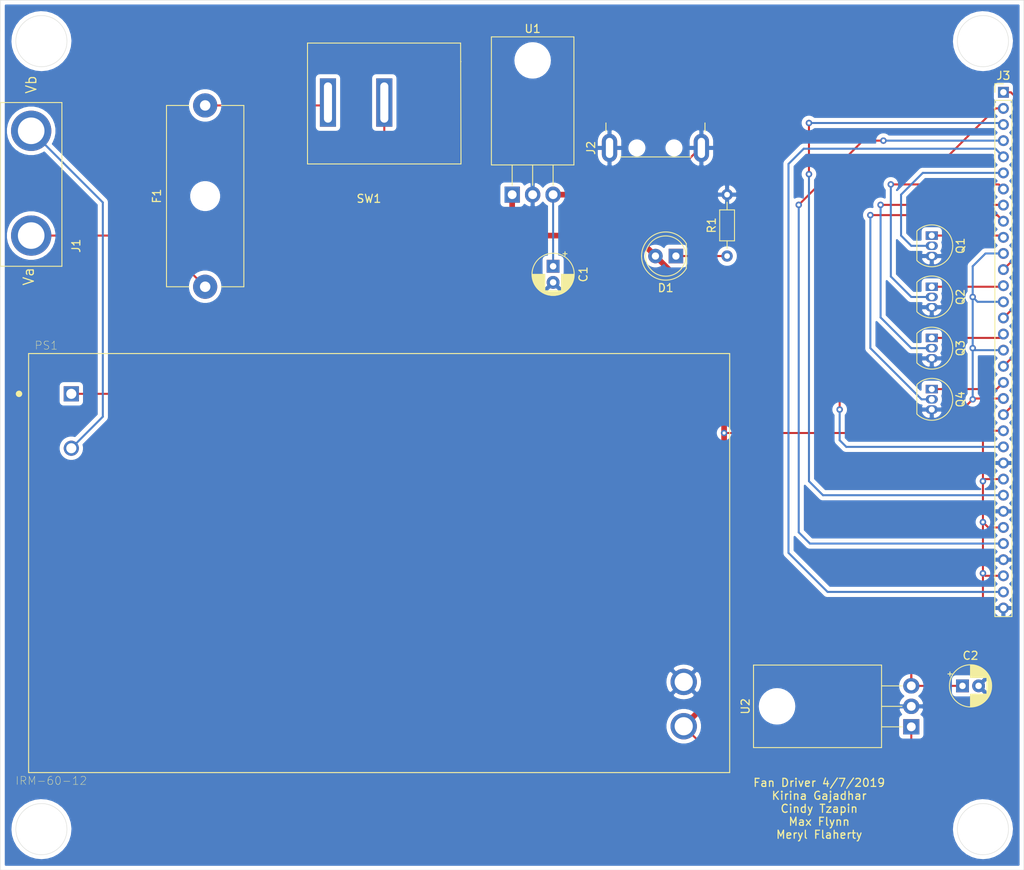
<source format=kicad_pcb>
(kicad_pcb (version 20171130) (host pcbnew "(5.1.0)-1")

  (general
    (thickness 1.6)
    (drawings 15)
    (tracks 152)
    (zones 0)
    (modules 16)
    (nets 25)
  )

  (page A4)
  (layers
    (0 F.Cu signal)
    (31 B.Cu signal)
    (32 B.Adhes user)
    (33 F.Adhes user)
    (34 B.Paste user)
    (35 F.Paste user)
    (36 B.SilkS user)
    (37 F.SilkS user)
    (38 B.Mask user)
    (39 F.Mask user)
    (40 Dwgs.User user)
    (41 Cmts.User user)
    (42 Eco1.User user)
    (43 Eco2.User user)
    (44 Edge.Cuts user)
    (45 Margin user)
    (46 B.CrtYd user)
    (47 F.CrtYd user)
    (48 B.Fab user)
    (49 F.Fab user)
  )

  (setup
    (last_trace_width 0.25)
    (trace_clearance 0.2)
    (zone_clearance 0.508)
    (zone_45_only no)
    (trace_min 0.2)
    (via_size 0.8)
    (via_drill 0.4)
    (via_min_size 0.4)
    (via_min_drill 0.3)
    (uvia_size 0.3)
    (uvia_drill 0.1)
    (uvias_allowed no)
    (uvia_min_size 0.2)
    (uvia_min_drill 0.1)
    (edge_width 0.05)
    (segment_width 0.2)
    (pcb_text_width 0.3)
    (pcb_text_size 1.5 1.5)
    (mod_edge_width 0.12)
    (mod_text_size 1 1)
    (mod_text_width 0.15)
    (pad_size 1.524 1.524)
    (pad_drill 0.762)
    (pad_to_mask_clearance 0.051)
    (solder_mask_min_width 0.25)
    (aux_axis_origin 0 0)
    (visible_elements 7FFFFFFF)
    (pcbplotparams
      (layerselection 0x010fc_ffffffff)
      (usegerberextensions false)
      (usegerberattributes false)
      (usegerberadvancedattributes false)
      (creategerberjobfile false)
      (excludeedgelayer true)
      (linewidth 0.100000)
      (plotframeref false)
      (viasonmask false)
      (mode 1)
      (useauxorigin false)
      (hpglpennumber 1)
      (hpglpenspeed 20)
      (hpglpendiameter 15.000000)
      (psnegative false)
      (psa4output false)
      (plotreference true)
      (plotvalue true)
      (plotinvisibletext false)
      (padsonsilk false)
      (subtractmaskfromsilk false)
      (outputformat 1)
      (mirror false)
      (drillshape 0)
      (scaleselection 1)
      (outputdirectory "../../Desktop/"))
  )

  (net 0 "")
  (net 1 "Net-(C1-Pad1)")
  (net 2 GND)
  (net 3 5V)
  (net 4 "Net-(D1-Pad1)")
  (net 5 +12V)
  (net 6 "Net-(F1-Pad1)")
  (net 7 "Net-(F1-Pad2)")
  (net 8 "Net-(J1-Pad2)")
  (net 9 "Net-(J2-Pad2)")
  (net 10 "Net-(J2-Pad3)")
  (net 11 fan_pwm)
  (net 12 temp_1)
  (net 13 temp_2)
  (net 14 temp_3)
  (net 15 temp_4)
  (net 16 fan_1_ctrl)
  (net 17 fan_2_ctrl)
  (net 18 fan_3_ctrl)
  (net 19 fan_4_ctrl)
  (net 20 fan_1_src)
  (net 21 fan_2_src)
  (net 22 fan_3_src)
  (net 23 fan_4_src)
  (net 24 "Net-(PS1-PadAC/L)")

  (net_class Default "This is the default net class."
    (clearance 0.2)
    (trace_width 0.25)
    (via_dia 0.8)
    (via_drill 0.4)
    (uvia_dia 0.3)
    (uvia_drill 0.1)
    (add_net +12V)
    (add_net 5V)
    (add_net GND)
    (add_net "Net-(C1-Pad1)")
    (add_net "Net-(D1-Pad1)")
    (add_net "Net-(F1-Pad1)")
    (add_net "Net-(F1-Pad2)")
    (add_net "Net-(J1-Pad2)")
    (add_net "Net-(J2-Pad2)")
    (add_net "Net-(J2-Pad3)")
    (add_net "Net-(PS1-PadAC/L)")
    (add_net fan_1_ctrl)
    (add_net fan_1_src)
    (add_net fan_2_ctrl)
    (add_net fan_2_src)
    (add_net fan_3_ctrl)
    (add_net fan_3_src)
    (add_net fan_4_ctrl)
    (add_net fan_4_src)
    (add_net fan_pwm)
    (add_net temp_1)
    (add_net temp_2)
    (add_net temp_3)
    (add_net temp_4)
  )

  (module Capacitor_THT:CP_Radial_D5.0mm_P2.00mm (layer F.Cu) (tedit 5AE50EF0) (tstamp 5CA839DF)
    (at 68.58 33.02 270)
    (descr "CP, Radial series, Radial, pin pitch=2.00mm, , diameter=5mm, Electrolytic Capacitor")
    (tags "CP Radial series Radial pin pitch 2.00mm  diameter 5mm Electrolytic Capacitor")
    (path /5CA8472F)
    (fp_text reference C1 (at 1 -3.75 270) (layer F.SilkS)
      (effects (font (size 1 1) (thickness 0.15)))
    )
    (fp_text value CP (at 1 3.75 270) (layer F.Fab)
      (effects (font (size 1 1) (thickness 0.15)))
    )
    (fp_circle (center 1 0) (end 3.5 0) (layer F.Fab) (width 0.1))
    (fp_circle (center 1 0) (end 3.62 0) (layer F.SilkS) (width 0.12))
    (fp_circle (center 1 0) (end 3.75 0) (layer F.CrtYd) (width 0.05))
    (fp_line (start -1.133605 -1.0875) (end -0.633605 -1.0875) (layer F.Fab) (width 0.1))
    (fp_line (start -0.883605 -1.3375) (end -0.883605 -0.8375) (layer F.Fab) (width 0.1))
    (fp_line (start 1 1.04) (end 1 2.58) (layer F.SilkS) (width 0.12))
    (fp_line (start 1 -2.58) (end 1 -1.04) (layer F.SilkS) (width 0.12))
    (fp_line (start 1.04 1.04) (end 1.04 2.58) (layer F.SilkS) (width 0.12))
    (fp_line (start 1.04 -2.58) (end 1.04 -1.04) (layer F.SilkS) (width 0.12))
    (fp_line (start 1.08 -2.579) (end 1.08 -1.04) (layer F.SilkS) (width 0.12))
    (fp_line (start 1.08 1.04) (end 1.08 2.579) (layer F.SilkS) (width 0.12))
    (fp_line (start 1.12 -2.578) (end 1.12 -1.04) (layer F.SilkS) (width 0.12))
    (fp_line (start 1.12 1.04) (end 1.12 2.578) (layer F.SilkS) (width 0.12))
    (fp_line (start 1.16 -2.576) (end 1.16 -1.04) (layer F.SilkS) (width 0.12))
    (fp_line (start 1.16 1.04) (end 1.16 2.576) (layer F.SilkS) (width 0.12))
    (fp_line (start 1.2 -2.573) (end 1.2 -1.04) (layer F.SilkS) (width 0.12))
    (fp_line (start 1.2 1.04) (end 1.2 2.573) (layer F.SilkS) (width 0.12))
    (fp_line (start 1.24 -2.569) (end 1.24 -1.04) (layer F.SilkS) (width 0.12))
    (fp_line (start 1.24 1.04) (end 1.24 2.569) (layer F.SilkS) (width 0.12))
    (fp_line (start 1.28 -2.565) (end 1.28 -1.04) (layer F.SilkS) (width 0.12))
    (fp_line (start 1.28 1.04) (end 1.28 2.565) (layer F.SilkS) (width 0.12))
    (fp_line (start 1.32 -2.561) (end 1.32 -1.04) (layer F.SilkS) (width 0.12))
    (fp_line (start 1.32 1.04) (end 1.32 2.561) (layer F.SilkS) (width 0.12))
    (fp_line (start 1.36 -2.556) (end 1.36 -1.04) (layer F.SilkS) (width 0.12))
    (fp_line (start 1.36 1.04) (end 1.36 2.556) (layer F.SilkS) (width 0.12))
    (fp_line (start 1.4 -2.55) (end 1.4 -1.04) (layer F.SilkS) (width 0.12))
    (fp_line (start 1.4 1.04) (end 1.4 2.55) (layer F.SilkS) (width 0.12))
    (fp_line (start 1.44 -2.543) (end 1.44 -1.04) (layer F.SilkS) (width 0.12))
    (fp_line (start 1.44 1.04) (end 1.44 2.543) (layer F.SilkS) (width 0.12))
    (fp_line (start 1.48 -2.536) (end 1.48 -1.04) (layer F.SilkS) (width 0.12))
    (fp_line (start 1.48 1.04) (end 1.48 2.536) (layer F.SilkS) (width 0.12))
    (fp_line (start 1.52 -2.528) (end 1.52 -1.04) (layer F.SilkS) (width 0.12))
    (fp_line (start 1.52 1.04) (end 1.52 2.528) (layer F.SilkS) (width 0.12))
    (fp_line (start 1.56 -2.52) (end 1.56 -1.04) (layer F.SilkS) (width 0.12))
    (fp_line (start 1.56 1.04) (end 1.56 2.52) (layer F.SilkS) (width 0.12))
    (fp_line (start 1.6 -2.511) (end 1.6 -1.04) (layer F.SilkS) (width 0.12))
    (fp_line (start 1.6 1.04) (end 1.6 2.511) (layer F.SilkS) (width 0.12))
    (fp_line (start 1.64 -2.501) (end 1.64 -1.04) (layer F.SilkS) (width 0.12))
    (fp_line (start 1.64 1.04) (end 1.64 2.501) (layer F.SilkS) (width 0.12))
    (fp_line (start 1.68 -2.491) (end 1.68 -1.04) (layer F.SilkS) (width 0.12))
    (fp_line (start 1.68 1.04) (end 1.68 2.491) (layer F.SilkS) (width 0.12))
    (fp_line (start 1.721 -2.48) (end 1.721 -1.04) (layer F.SilkS) (width 0.12))
    (fp_line (start 1.721 1.04) (end 1.721 2.48) (layer F.SilkS) (width 0.12))
    (fp_line (start 1.761 -2.468) (end 1.761 -1.04) (layer F.SilkS) (width 0.12))
    (fp_line (start 1.761 1.04) (end 1.761 2.468) (layer F.SilkS) (width 0.12))
    (fp_line (start 1.801 -2.455) (end 1.801 -1.04) (layer F.SilkS) (width 0.12))
    (fp_line (start 1.801 1.04) (end 1.801 2.455) (layer F.SilkS) (width 0.12))
    (fp_line (start 1.841 -2.442) (end 1.841 -1.04) (layer F.SilkS) (width 0.12))
    (fp_line (start 1.841 1.04) (end 1.841 2.442) (layer F.SilkS) (width 0.12))
    (fp_line (start 1.881 -2.428) (end 1.881 -1.04) (layer F.SilkS) (width 0.12))
    (fp_line (start 1.881 1.04) (end 1.881 2.428) (layer F.SilkS) (width 0.12))
    (fp_line (start 1.921 -2.414) (end 1.921 -1.04) (layer F.SilkS) (width 0.12))
    (fp_line (start 1.921 1.04) (end 1.921 2.414) (layer F.SilkS) (width 0.12))
    (fp_line (start 1.961 -2.398) (end 1.961 -1.04) (layer F.SilkS) (width 0.12))
    (fp_line (start 1.961 1.04) (end 1.961 2.398) (layer F.SilkS) (width 0.12))
    (fp_line (start 2.001 -2.382) (end 2.001 -1.04) (layer F.SilkS) (width 0.12))
    (fp_line (start 2.001 1.04) (end 2.001 2.382) (layer F.SilkS) (width 0.12))
    (fp_line (start 2.041 -2.365) (end 2.041 -1.04) (layer F.SilkS) (width 0.12))
    (fp_line (start 2.041 1.04) (end 2.041 2.365) (layer F.SilkS) (width 0.12))
    (fp_line (start 2.081 -2.348) (end 2.081 -1.04) (layer F.SilkS) (width 0.12))
    (fp_line (start 2.081 1.04) (end 2.081 2.348) (layer F.SilkS) (width 0.12))
    (fp_line (start 2.121 -2.329) (end 2.121 -1.04) (layer F.SilkS) (width 0.12))
    (fp_line (start 2.121 1.04) (end 2.121 2.329) (layer F.SilkS) (width 0.12))
    (fp_line (start 2.161 -2.31) (end 2.161 -1.04) (layer F.SilkS) (width 0.12))
    (fp_line (start 2.161 1.04) (end 2.161 2.31) (layer F.SilkS) (width 0.12))
    (fp_line (start 2.201 -2.29) (end 2.201 -1.04) (layer F.SilkS) (width 0.12))
    (fp_line (start 2.201 1.04) (end 2.201 2.29) (layer F.SilkS) (width 0.12))
    (fp_line (start 2.241 -2.268) (end 2.241 -1.04) (layer F.SilkS) (width 0.12))
    (fp_line (start 2.241 1.04) (end 2.241 2.268) (layer F.SilkS) (width 0.12))
    (fp_line (start 2.281 -2.247) (end 2.281 -1.04) (layer F.SilkS) (width 0.12))
    (fp_line (start 2.281 1.04) (end 2.281 2.247) (layer F.SilkS) (width 0.12))
    (fp_line (start 2.321 -2.224) (end 2.321 -1.04) (layer F.SilkS) (width 0.12))
    (fp_line (start 2.321 1.04) (end 2.321 2.224) (layer F.SilkS) (width 0.12))
    (fp_line (start 2.361 -2.2) (end 2.361 -1.04) (layer F.SilkS) (width 0.12))
    (fp_line (start 2.361 1.04) (end 2.361 2.2) (layer F.SilkS) (width 0.12))
    (fp_line (start 2.401 -2.175) (end 2.401 -1.04) (layer F.SilkS) (width 0.12))
    (fp_line (start 2.401 1.04) (end 2.401 2.175) (layer F.SilkS) (width 0.12))
    (fp_line (start 2.441 -2.149) (end 2.441 -1.04) (layer F.SilkS) (width 0.12))
    (fp_line (start 2.441 1.04) (end 2.441 2.149) (layer F.SilkS) (width 0.12))
    (fp_line (start 2.481 -2.122) (end 2.481 -1.04) (layer F.SilkS) (width 0.12))
    (fp_line (start 2.481 1.04) (end 2.481 2.122) (layer F.SilkS) (width 0.12))
    (fp_line (start 2.521 -2.095) (end 2.521 -1.04) (layer F.SilkS) (width 0.12))
    (fp_line (start 2.521 1.04) (end 2.521 2.095) (layer F.SilkS) (width 0.12))
    (fp_line (start 2.561 -2.065) (end 2.561 -1.04) (layer F.SilkS) (width 0.12))
    (fp_line (start 2.561 1.04) (end 2.561 2.065) (layer F.SilkS) (width 0.12))
    (fp_line (start 2.601 -2.035) (end 2.601 -1.04) (layer F.SilkS) (width 0.12))
    (fp_line (start 2.601 1.04) (end 2.601 2.035) (layer F.SilkS) (width 0.12))
    (fp_line (start 2.641 -2.004) (end 2.641 -1.04) (layer F.SilkS) (width 0.12))
    (fp_line (start 2.641 1.04) (end 2.641 2.004) (layer F.SilkS) (width 0.12))
    (fp_line (start 2.681 -1.971) (end 2.681 -1.04) (layer F.SilkS) (width 0.12))
    (fp_line (start 2.681 1.04) (end 2.681 1.971) (layer F.SilkS) (width 0.12))
    (fp_line (start 2.721 -1.937) (end 2.721 -1.04) (layer F.SilkS) (width 0.12))
    (fp_line (start 2.721 1.04) (end 2.721 1.937) (layer F.SilkS) (width 0.12))
    (fp_line (start 2.761 -1.901) (end 2.761 -1.04) (layer F.SilkS) (width 0.12))
    (fp_line (start 2.761 1.04) (end 2.761 1.901) (layer F.SilkS) (width 0.12))
    (fp_line (start 2.801 -1.864) (end 2.801 -1.04) (layer F.SilkS) (width 0.12))
    (fp_line (start 2.801 1.04) (end 2.801 1.864) (layer F.SilkS) (width 0.12))
    (fp_line (start 2.841 -1.826) (end 2.841 -1.04) (layer F.SilkS) (width 0.12))
    (fp_line (start 2.841 1.04) (end 2.841 1.826) (layer F.SilkS) (width 0.12))
    (fp_line (start 2.881 -1.785) (end 2.881 -1.04) (layer F.SilkS) (width 0.12))
    (fp_line (start 2.881 1.04) (end 2.881 1.785) (layer F.SilkS) (width 0.12))
    (fp_line (start 2.921 -1.743) (end 2.921 -1.04) (layer F.SilkS) (width 0.12))
    (fp_line (start 2.921 1.04) (end 2.921 1.743) (layer F.SilkS) (width 0.12))
    (fp_line (start 2.961 -1.699) (end 2.961 -1.04) (layer F.SilkS) (width 0.12))
    (fp_line (start 2.961 1.04) (end 2.961 1.699) (layer F.SilkS) (width 0.12))
    (fp_line (start 3.001 -1.653) (end 3.001 -1.04) (layer F.SilkS) (width 0.12))
    (fp_line (start 3.001 1.04) (end 3.001 1.653) (layer F.SilkS) (width 0.12))
    (fp_line (start 3.041 -1.605) (end 3.041 1.605) (layer F.SilkS) (width 0.12))
    (fp_line (start 3.081 -1.554) (end 3.081 1.554) (layer F.SilkS) (width 0.12))
    (fp_line (start 3.121 -1.5) (end 3.121 1.5) (layer F.SilkS) (width 0.12))
    (fp_line (start 3.161 -1.443) (end 3.161 1.443) (layer F.SilkS) (width 0.12))
    (fp_line (start 3.201 -1.383) (end 3.201 1.383) (layer F.SilkS) (width 0.12))
    (fp_line (start 3.241 -1.319) (end 3.241 1.319) (layer F.SilkS) (width 0.12))
    (fp_line (start 3.281 -1.251) (end 3.281 1.251) (layer F.SilkS) (width 0.12))
    (fp_line (start 3.321 -1.178) (end 3.321 1.178) (layer F.SilkS) (width 0.12))
    (fp_line (start 3.361 -1.098) (end 3.361 1.098) (layer F.SilkS) (width 0.12))
    (fp_line (start 3.401 -1.011) (end 3.401 1.011) (layer F.SilkS) (width 0.12))
    (fp_line (start 3.441 -0.915) (end 3.441 0.915) (layer F.SilkS) (width 0.12))
    (fp_line (start 3.481 -0.805) (end 3.481 0.805) (layer F.SilkS) (width 0.12))
    (fp_line (start 3.521 -0.677) (end 3.521 0.677) (layer F.SilkS) (width 0.12))
    (fp_line (start 3.561 -0.518) (end 3.561 0.518) (layer F.SilkS) (width 0.12))
    (fp_line (start 3.601 -0.284) (end 3.601 0.284) (layer F.SilkS) (width 0.12))
    (fp_line (start -1.804775 -1.475) (end -1.304775 -1.475) (layer F.SilkS) (width 0.12))
    (fp_line (start -1.554775 -1.725) (end -1.554775 -1.225) (layer F.SilkS) (width 0.12))
    (fp_text user %R (at 1 0 270) (layer F.Fab)
      (effects (font (size 1 1) (thickness 0.15)))
    )
    (pad 1 thru_hole rect (at 0 0 270) (size 1.6 1.6) (drill 0.8) (layers *.Cu *.Mask)
      (net 1 "Net-(C1-Pad1)"))
    (pad 2 thru_hole circle (at 2 0 270) (size 1.6 1.6) (drill 0.8) (layers *.Cu *.Mask)
      (net 2 GND))
    (model ${KISYS3DMOD}/Capacitor_THT.3dshapes/CP_Radial_D5.0mm_P2.00mm.wrl
      (at (xyz 0 0 0))
      (scale (xyz 1 1 1))
      (rotate (xyz 0 0 0))
    )
  )

  (module Capacitor_THT:CP_Radial_D5.0mm_P2.00mm (layer F.Cu) (tedit 5AE50EF0) (tstamp 5CA83A62)
    (at 119.38 85.09)
    (descr "CP, Radial series, Radial, pin pitch=2.00mm, , diameter=5mm, Electrolytic Capacitor")
    (tags "CP Radial series Radial pin pitch 2.00mm  diameter 5mm Electrolytic Capacitor")
    (path /5CA8A07B)
    (fp_text reference C2 (at 1 -3.75) (layer F.SilkS)
      (effects (font (size 1 1) (thickness 0.15)))
    )
    (fp_text value CP (at 1 3.75) (layer F.Fab)
      (effects (font (size 1 1) (thickness 0.15)))
    )
    (fp_text user %R (at 1 0) (layer F.Fab)
      (effects (font (size 1 1) (thickness 0.15)))
    )
    (fp_line (start -1.554775 -1.725) (end -1.554775 -1.225) (layer F.SilkS) (width 0.12))
    (fp_line (start -1.804775 -1.475) (end -1.304775 -1.475) (layer F.SilkS) (width 0.12))
    (fp_line (start 3.601 -0.284) (end 3.601 0.284) (layer F.SilkS) (width 0.12))
    (fp_line (start 3.561 -0.518) (end 3.561 0.518) (layer F.SilkS) (width 0.12))
    (fp_line (start 3.521 -0.677) (end 3.521 0.677) (layer F.SilkS) (width 0.12))
    (fp_line (start 3.481 -0.805) (end 3.481 0.805) (layer F.SilkS) (width 0.12))
    (fp_line (start 3.441 -0.915) (end 3.441 0.915) (layer F.SilkS) (width 0.12))
    (fp_line (start 3.401 -1.011) (end 3.401 1.011) (layer F.SilkS) (width 0.12))
    (fp_line (start 3.361 -1.098) (end 3.361 1.098) (layer F.SilkS) (width 0.12))
    (fp_line (start 3.321 -1.178) (end 3.321 1.178) (layer F.SilkS) (width 0.12))
    (fp_line (start 3.281 -1.251) (end 3.281 1.251) (layer F.SilkS) (width 0.12))
    (fp_line (start 3.241 -1.319) (end 3.241 1.319) (layer F.SilkS) (width 0.12))
    (fp_line (start 3.201 -1.383) (end 3.201 1.383) (layer F.SilkS) (width 0.12))
    (fp_line (start 3.161 -1.443) (end 3.161 1.443) (layer F.SilkS) (width 0.12))
    (fp_line (start 3.121 -1.5) (end 3.121 1.5) (layer F.SilkS) (width 0.12))
    (fp_line (start 3.081 -1.554) (end 3.081 1.554) (layer F.SilkS) (width 0.12))
    (fp_line (start 3.041 -1.605) (end 3.041 1.605) (layer F.SilkS) (width 0.12))
    (fp_line (start 3.001 1.04) (end 3.001 1.653) (layer F.SilkS) (width 0.12))
    (fp_line (start 3.001 -1.653) (end 3.001 -1.04) (layer F.SilkS) (width 0.12))
    (fp_line (start 2.961 1.04) (end 2.961 1.699) (layer F.SilkS) (width 0.12))
    (fp_line (start 2.961 -1.699) (end 2.961 -1.04) (layer F.SilkS) (width 0.12))
    (fp_line (start 2.921 1.04) (end 2.921 1.743) (layer F.SilkS) (width 0.12))
    (fp_line (start 2.921 -1.743) (end 2.921 -1.04) (layer F.SilkS) (width 0.12))
    (fp_line (start 2.881 1.04) (end 2.881 1.785) (layer F.SilkS) (width 0.12))
    (fp_line (start 2.881 -1.785) (end 2.881 -1.04) (layer F.SilkS) (width 0.12))
    (fp_line (start 2.841 1.04) (end 2.841 1.826) (layer F.SilkS) (width 0.12))
    (fp_line (start 2.841 -1.826) (end 2.841 -1.04) (layer F.SilkS) (width 0.12))
    (fp_line (start 2.801 1.04) (end 2.801 1.864) (layer F.SilkS) (width 0.12))
    (fp_line (start 2.801 -1.864) (end 2.801 -1.04) (layer F.SilkS) (width 0.12))
    (fp_line (start 2.761 1.04) (end 2.761 1.901) (layer F.SilkS) (width 0.12))
    (fp_line (start 2.761 -1.901) (end 2.761 -1.04) (layer F.SilkS) (width 0.12))
    (fp_line (start 2.721 1.04) (end 2.721 1.937) (layer F.SilkS) (width 0.12))
    (fp_line (start 2.721 -1.937) (end 2.721 -1.04) (layer F.SilkS) (width 0.12))
    (fp_line (start 2.681 1.04) (end 2.681 1.971) (layer F.SilkS) (width 0.12))
    (fp_line (start 2.681 -1.971) (end 2.681 -1.04) (layer F.SilkS) (width 0.12))
    (fp_line (start 2.641 1.04) (end 2.641 2.004) (layer F.SilkS) (width 0.12))
    (fp_line (start 2.641 -2.004) (end 2.641 -1.04) (layer F.SilkS) (width 0.12))
    (fp_line (start 2.601 1.04) (end 2.601 2.035) (layer F.SilkS) (width 0.12))
    (fp_line (start 2.601 -2.035) (end 2.601 -1.04) (layer F.SilkS) (width 0.12))
    (fp_line (start 2.561 1.04) (end 2.561 2.065) (layer F.SilkS) (width 0.12))
    (fp_line (start 2.561 -2.065) (end 2.561 -1.04) (layer F.SilkS) (width 0.12))
    (fp_line (start 2.521 1.04) (end 2.521 2.095) (layer F.SilkS) (width 0.12))
    (fp_line (start 2.521 -2.095) (end 2.521 -1.04) (layer F.SilkS) (width 0.12))
    (fp_line (start 2.481 1.04) (end 2.481 2.122) (layer F.SilkS) (width 0.12))
    (fp_line (start 2.481 -2.122) (end 2.481 -1.04) (layer F.SilkS) (width 0.12))
    (fp_line (start 2.441 1.04) (end 2.441 2.149) (layer F.SilkS) (width 0.12))
    (fp_line (start 2.441 -2.149) (end 2.441 -1.04) (layer F.SilkS) (width 0.12))
    (fp_line (start 2.401 1.04) (end 2.401 2.175) (layer F.SilkS) (width 0.12))
    (fp_line (start 2.401 -2.175) (end 2.401 -1.04) (layer F.SilkS) (width 0.12))
    (fp_line (start 2.361 1.04) (end 2.361 2.2) (layer F.SilkS) (width 0.12))
    (fp_line (start 2.361 -2.2) (end 2.361 -1.04) (layer F.SilkS) (width 0.12))
    (fp_line (start 2.321 1.04) (end 2.321 2.224) (layer F.SilkS) (width 0.12))
    (fp_line (start 2.321 -2.224) (end 2.321 -1.04) (layer F.SilkS) (width 0.12))
    (fp_line (start 2.281 1.04) (end 2.281 2.247) (layer F.SilkS) (width 0.12))
    (fp_line (start 2.281 -2.247) (end 2.281 -1.04) (layer F.SilkS) (width 0.12))
    (fp_line (start 2.241 1.04) (end 2.241 2.268) (layer F.SilkS) (width 0.12))
    (fp_line (start 2.241 -2.268) (end 2.241 -1.04) (layer F.SilkS) (width 0.12))
    (fp_line (start 2.201 1.04) (end 2.201 2.29) (layer F.SilkS) (width 0.12))
    (fp_line (start 2.201 -2.29) (end 2.201 -1.04) (layer F.SilkS) (width 0.12))
    (fp_line (start 2.161 1.04) (end 2.161 2.31) (layer F.SilkS) (width 0.12))
    (fp_line (start 2.161 -2.31) (end 2.161 -1.04) (layer F.SilkS) (width 0.12))
    (fp_line (start 2.121 1.04) (end 2.121 2.329) (layer F.SilkS) (width 0.12))
    (fp_line (start 2.121 -2.329) (end 2.121 -1.04) (layer F.SilkS) (width 0.12))
    (fp_line (start 2.081 1.04) (end 2.081 2.348) (layer F.SilkS) (width 0.12))
    (fp_line (start 2.081 -2.348) (end 2.081 -1.04) (layer F.SilkS) (width 0.12))
    (fp_line (start 2.041 1.04) (end 2.041 2.365) (layer F.SilkS) (width 0.12))
    (fp_line (start 2.041 -2.365) (end 2.041 -1.04) (layer F.SilkS) (width 0.12))
    (fp_line (start 2.001 1.04) (end 2.001 2.382) (layer F.SilkS) (width 0.12))
    (fp_line (start 2.001 -2.382) (end 2.001 -1.04) (layer F.SilkS) (width 0.12))
    (fp_line (start 1.961 1.04) (end 1.961 2.398) (layer F.SilkS) (width 0.12))
    (fp_line (start 1.961 -2.398) (end 1.961 -1.04) (layer F.SilkS) (width 0.12))
    (fp_line (start 1.921 1.04) (end 1.921 2.414) (layer F.SilkS) (width 0.12))
    (fp_line (start 1.921 -2.414) (end 1.921 -1.04) (layer F.SilkS) (width 0.12))
    (fp_line (start 1.881 1.04) (end 1.881 2.428) (layer F.SilkS) (width 0.12))
    (fp_line (start 1.881 -2.428) (end 1.881 -1.04) (layer F.SilkS) (width 0.12))
    (fp_line (start 1.841 1.04) (end 1.841 2.442) (layer F.SilkS) (width 0.12))
    (fp_line (start 1.841 -2.442) (end 1.841 -1.04) (layer F.SilkS) (width 0.12))
    (fp_line (start 1.801 1.04) (end 1.801 2.455) (layer F.SilkS) (width 0.12))
    (fp_line (start 1.801 -2.455) (end 1.801 -1.04) (layer F.SilkS) (width 0.12))
    (fp_line (start 1.761 1.04) (end 1.761 2.468) (layer F.SilkS) (width 0.12))
    (fp_line (start 1.761 -2.468) (end 1.761 -1.04) (layer F.SilkS) (width 0.12))
    (fp_line (start 1.721 1.04) (end 1.721 2.48) (layer F.SilkS) (width 0.12))
    (fp_line (start 1.721 -2.48) (end 1.721 -1.04) (layer F.SilkS) (width 0.12))
    (fp_line (start 1.68 1.04) (end 1.68 2.491) (layer F.SilkS) (width 0.12))
    (fp_line (start 1.68 -2.491) (end 1.68 -1.04) (layer F.SilkS) (width 0.12))
    (fp_line (start 1.64 1.04) (end 1.64 2.501) (layer F.SilkS) (width 0.12))
    (fp_line (start 1.64 -2.501) (end 1.64 -1.04) (layer F.SilkS) (width 0.12))
    (fp_line (start 1.6 1.04) (end 1.6 2.511) (layer F.SilkS) (width 0.12))
    (fp_line (start 1.6 -2.511) (end 1.6 -1.04) (layer F.SilkS) (width 0.12))
    (fp_line (start 1.56 1.04) (end 1.56 2.52) (layer F.SilkS) (width 0.12))
    (fp_line (start 1.56 -2.52) (end 1.56 -1.04) (layer F.SilkS) (width 0.12))
    (fp_line (start 1.52 1.04) (end 1.52 2.528) (layer F.SilkS) (width 0.12))
    (fp_line (start 1.52 -2.528) (end 1.52 -1.04) (layer F.SilkS) (width 0.12))
    (fp_line (start 1.48 1.04) (end 1.48 2.536) (layer F.SilkS) (width 0.12))
    (fp_line (start 1.48 -2.536) (end 1.48 -1.04) (layer F.SilkS) (width 0.12))
    (fp_line (start 1.44 1.04) (end 1.44 2.543) (layer F.SilkS) (width 0.12))
    (fp_line (start 1.44 -2.543) (end 1.44 -1.04) (layer F.SilkS) (width 0.12))
    (fp_line (start 1.4 1.04) (end 1.4 2.55) (layer F.SilkS) (width 0.12))
    (fp_line (start 1.4 -2.55) (end 1.4 -1.04) (layer F.SilkS) (width 0.12))
    (fp_line (start 1.36 1.04) (end 1.36 2.556) (layer F.SilkS) (width 0.12))
    (fp_line (start 1.36 -2.556) (end 1.36 -1.04) (layer F.SilkS) (width 0.12))
    (fp_line (start 1.32 1.04) (end 1.32 2.561) (layer F.SilkS) (width 0.12))
    (fp_line (start 1.32 -2.561) (end 1.32 -1.04) (layer F.SilkS) (width 0.12))
    (fp_line (start 1.28 1.04) (end 1.28 2.565) (layer F.SilkS) (width 0.12))
    (fp_line (start 1.28 -2.565) (end 1.28 -1.04) (layer F.SilkS) (width 0.12))
    (fp_line (start 1.24 1.04) (end 1.24 2.569) (layer F.SilkS) (width 0.12))
    (fp_line (start 1.24 -2.569) (end 1.24 -1.04) (layer F.SilkS) (width 0.12))
    (fp_line (start 1.2 1.04) (end 1.2 2.573) (layer F.SilkS) (width 0.12))
    (fp_line (start 1.2 -2.573) (end 1.2 -1.04) (layer F.SilkS) (width 0.12))
    (fp_line (start 1.16 1.04) (end 1.16 2.576) (layer F.SilkS) (width 0.12))
    (fp_line (start 1.16 -2.576) (end 1.16 -1.04) (layer F.SilkS) (width 0.12))
    (fp_line (start 1.12 1.04) (end 1.12 2.578) (layer F.SilkS) (width 0.12))
    (fp_line (start 1.12 -2.578) (end 1.12 -1.04) (layer F.SilkS) (width 0.12))
    (fp_line (start 1.08 1.04) (end 1.08 2.579) (layer F.SilkS) (width 0.12))
    (fp_line (start 1.08 -2.579) (end 1.08 -1.04) (layer F.SilkS) (width 0.12))
    (fp_line (start 1.04 -2.58) (end 1.04 -1.04) (layer F.SilkS) (width 0.12))
    (fp_line (start 1.04 1.04) (end 1.04 2.58) (layer F.SilkS) (width 0.12))
    (fp_line (start 1 -2.58) (end 1 -1.04) (layer F.SilkS) (width 0.12))
    (fp_line (start 1 1.04) (end 1 2.58) (layer F.SilkS) (width 0.12))
    (fp_line (start -0.883605 -1.3375) (end -0.883605 -0.8375) (layer F.Fab) (width 0.1))
    (fp_line (start -1.133605 -1.0875) (end -0.633605 -1.0875) (layer F.Fab) (width 0.1))
    (fp_circle (center 1 0) (end 3.75 0) (layer F.CrtYd) (width 0.05))
    (fp_circle (center 1 0) (end 3.62 0) (layer F.SilkS) (width 0.12))
    (fp_circle (center 1 0) (end 3.5 0) (layer F.Fab) (width 0.1))
    (pad 2 thru_hole circle (at 2 0) (size 1.6 1.6) (drill 0.8) (layers *.Cu *.Mask)
      (net 2 GND))
    (pad 1 thru_hole rect (at 0 0) (size 1.6 1.6) (drill 0.8) (layers *.Cu *.Mask)
      (net 3 5V))
    (model ${KISYS3DMOD}/Capacitor_THT.3dshapes/CP_Radial_D5.0mm_P2.00mm.wrl
      (at (xyz 0 0 0))
      (scale (xyz 1 1 1))
      (rotate (xyz 0 0 0))
    )
  )

  (module LED_THT:LED_D5.0mm (layer F.Cu) (tedit 5995936A) (tstamp 5CA83A74)
    (at 83.82 31.75 180)
    (descr "LED, diameter 5.0mm, 2 pins, http://cdn-reichelt.de/documents/datenblatt/A500/LL-504BC2E-009.pdf")
    (tags "LED diameter 5.0mm 2 pins")
    (path /5C9FA299)
    (fp_text reference D1 (at 1.27 -3.96 180) (layer F.SilkS)
      (effects (font (size 1 1) (thickness 0.15)))
    )
    (fp_text value LED (at 1.27 3.96 180) (layer F.Fab)
      (effects (font (size 1 1) (thickness 0.15)))
    )
    (fp_arc (start 1.27 0) (end -1.23 -1.469694) (angle 299.1) (layer F.Fab) (width 0.1))
    (fp_arc (start 1.27 0) (end -1.29 -1.54483) (angle 148.9) (layer F.SilkS) (width 0.12))
    (fp_arc (start 1.27 0) (end -1.29 1.54483) (angle -148.9) (layer F.SilkS) (width 0.12))
    (fp_circle (center 1.27 0) (end 3.77 0) (layer F.Fab) (width 0.1))
    (fp_circle (center 1.27 0) (end 3.77 0) (layer F.SilkS) (width 0.12))
    (fp_line (start -1.23 -1.469694) (end -1.23 1.469694) (layer F.Fab) (width 0.1))
    (fp_line (start -1.29 -1.545) (end -1.29 1.545) (layer F.SilkS) (width 0.12))
    (fp_line (start -1.95 -3.25) (end -1.95 3.25) (layer F.CrtYd) (width 0.05))
    (fp_line (start -1.95 3.25) (end 4.5 3.25) (layer F.CrtYd) (width 0.05))
    (fp_line (start 4.5 3.25) (end 4.5 -3.25) (layer F.CrtYd) (width 0.05))
    (fp_line (start 4.5 -3.25) (end -1.95 -3.25) (layer F.CrtYd) (width 0.05))
    (fp_text user %R (at 1.25 0 180) (layer F.Fab)
      (effects (font (size 0.8 0.8) (thickness 0.2)))
    )
    (pad 1 thru_hole rect (at 0 0 180) (size 1.8 1.8) (drill 0.9) (layers *.Cu *.Mask)
      (net 4 "Net-(D1-Pad1)"))
    (pad 2 thru_hole circle (at 2.54 0 180) (size 1.8 1.8) (drill 0.9) (layers *.Cu *.Mask)
      (net 5 +12V))
    (model ${KISYS3DMOD}/LED_THT.3dshapes/LED_D5.0mm.wrl
      (at (xyz 0 0 0))
      (scale (xyz 1 1 1))
      (rotate (xyz 0 0 0))
    )
  )

  (module Fuse:Fuseholder_Cylinder-5x20mm_Schurter_0031_8201_Horizontal_Open (layer F.Cu) (tedit 5C39E22F) (tstamp 5CA83A8E)
    (at 25.4 35.56 90)
    (descr "Fuseholder horizontal open 5x20 Schurter 0031.8201, https://www.schurter.com/en/datasheet/typ_OGN.pdf")
    (tags "Fuseholder horizontal open 5x20 Schurter 0031.8201")
    (path /5C9F20BA)
    (fp_text reference F1 (at 11.25 -6 90) (layer F.SilkS)
      (effects (font (size 1 1) (thickness 0.15)))
    )
    (fp_text value "1A - 250V" (at 11.25 6 90) (layer F.Fab)
      (effects (font (size 1 1) (thickness 0.15)))
    )
    (fp_text user %R (at 11.25 4 90) (layer F.Fab)
      (effects (font (size 1 1) (thickness 0.15)))
    )
    (fp_line (start 0.1 -4.7) (end 0.1 4.7) (layer F.Fab) (width 0.1))
    (fp_line (start 0.1 4.7) (end 22.4 4.7) (layer F.Fab) (width 0.1))
    (fp_line (start 22.4 4.7) (end 22.4 -4.7) (layer F.Fab) (width 0.1))
    (fp_line (start 22.4 -4.7) (end 0.1 -4.7) (layer F.Fab) (width 0.1))
    (fp_line (start -0.25 5.05) (end -0.25 1.95) (layer F.CrtYd) (width 0.05))
    (fp_line (start 22.5 4.8) (end 22.5 2) (layer F.SilkS) (width 0.12))
    (fp_line (start 22.5 -2) (end 22.5 -4.8) (layer F.SilkS) (width 0.12))
    (fp_line (start 0 -2) (end 0 -4.8) (layer F.SilkS) (width 0.12))
    (fp_line (start 0 -4.8) (end 22.5 -4.8) (layer F.SilkS) (width 0.12))
    (fp_line (start 22.75 5.05) (end -0.25 5.05) (layer F.CrtYd) (width 0.05))
    (fp_line (start -0.25 -5.05) (end 22.75 -5.05) (layer F.CrtYd) (width 0.05))
    (fp_line (start 0 4.8) (end 22.5 4.8) (layer F.SilkS) (width 0.12))
    (fp_line (start -0.25 -1.95) (end -0.25 -5.05) (layer F.CrtYd) (width 0.05))
    (fp_line (start 22.75 -1.95) (end 22.75 -5.05) (layer F.CrtYd) (width 0.05))
    (fp_line (start 22.75 1.95) (end 22.75 5.05) (layer F.CrtYd) (width 0.05))
    (fp_line (start 0 4.8) (end 0 2) (layer F.SilkS) (width 0.12))
    (fp_arc (start 22.5 0) (end 22.75 -1.95) (angle 165.3) (layer F.CrtYd) (width 0.05))
    (fp_arc (start 0 0) (end -0.25 1.95) (angle 165.3) (layer F.CrtYd) (width 0.05))
    (pad 1 thru_hole circle (at 0 0 90) (size 3 3) (drill 1.3) (layers *.Cu *.Mask)
      (net 6 "Net-(F1-Pad1)"))
    (pad 2 thru_hole circle (at 22.5 0 90) (size 3 3) (drill 1.3) (layers *.Cu *.Mask)
      (net 7 "Net-(F1-Pad2)"))
    (pad "" np_thru_hole circle (at 11.25 0 90) (size 2.7 2.7) (drill 2.7) (layers *.Cu *.Mask))
    (model ${KISYS3DMOD}/Fuse.3dshapes/Fuseholder_Cylinder-5x20mm_Schurter_0031_8201_Horizontal_Open.wrl
      (at (xyz 0 0 0))
      (scale (xyz 1 1 1))
      (rotate (xyz 0 0 0))
    )
  )

  (module Nematode_Imaging:IEC_320_C8 (layer F.Cu) (tedit 5C9EF034) (tstamp 5CA83A9A)
    (at 3.81 29.21 90)
    (path /5C9F3C58)
    (fp_text reference J1 (at -1.27 5.58 90) (layer F.SilkS)
      (effects (font (size 1 1) (thickness 0.15)))
    )
    (fp_text value "AC Socket IEC 320-C8" (at 0 7.12 90) (layer F.Fab)
      (effects (font (size 1 1) (thickness 0.15)))
    )
    (fp_line (start -3.81 -3.81) (end -3.81 3.81) (layer F.SilkS) (width 0.12))
    (fp_line (start 16.51 -3.81) (end -3.81 -3.81) (layer F.SilkS) (width 0.12))
    (fp_line (start 16.51 3.81) (end 16.51 -3.81) (layer F.SilkS) (width 0.12))
    (fp_line (start -3.81 3.81) (end 16.51 3.81) (layer F.SilkS) (width 0.12))
    (fp_text user Va (at -5.08 -0.32 90) (layer F.SilkS)
      (effects (font (size 1.27 1.27) (thickness 0.15)))
    )
    (fp_text user Vb (at 18.73 0 90) (layer F.SilkS)
      (effects (font (size 1.27 1.27) (thickness 0.15)))
    )
    (pad 2 thru_hole circle (at 13 0 90) (size 5 5) (drill 3.3) (layers *.Cu *.Mask)
      (net 8 "Net-(J1-Pad2)"))
    (pad 1 thru_hole circle (at 0 0 90) (size 5 5) (drill 3.3) (layers *.Cu *.Mask)
      (net 6 "Net-(F1-Pad1)"))
  )

  (module Connector_USB:USB_A_CNCTech_1001-011-01101_Horizontal (layer F.Cu) (tedit 5AFEF547) (tstamp 5CA83ACA)
    (at 81.28 11.43 90)
    (descr http://cnctech.us/pdfs/1001-011-01101.pdf)
    (tags USB-A)
    (path /5C9FAF8C)
    (attr smd)
    (fp_text reference J2 (at -6.9 -8 90) (layer F.SilkS)
      (effects (font (size 1 1) (thickness 0.15)))
    )
    (fp_text value USB_A (at 0 8 270) (layer F.Fab)
      (effects (font (size 1 1) (thickness 0.15)))
    )
    (fp_line (start -7.9 6.025) (end -7.9 -6.025) (layer F.Fab) (width 0.1))
    (fp_line (start -7.9 -6.025) (end 10.9 -6.025) (layer F.Fab) (width 0.1))
    (fp_line (start -7.9 6.025) (end 10.9 6.025) (layer F.Fab) (width 0.1))
    (fp_line (start 10.9 6.025) (end 10.9 -6.025) (layer F.Fab) (width 0.1))
    (fp_line (start -10.4 3.75) (end -10.4 3.25) (layer F.Fab) (width 0.1))
    (fp_line (start -10.4 3.25) (end -7.9 3.25) (layer F.Fab) (width 0.1))
    (fp_line (start -10.4 3.75) (end -7.9 3.75) (layer F.Fab) (width 0.1))
    (fp_line (start -10.4 0.75) (end -7.9 0.75) (layer F.Fab) (width 0.1))
    (fp_line (start -10.4 1.25) (end -10.4 0.75) (layer F.Fab) (width 0.1))
    (fp_line (start -10.4 1.25) (end -7.9 1.25) (layer F.Fab) (width 0.1))
    (fp_line (start -10.4 -0.75) (end -10.4 -1.25) (layer F.Fab) (width 0.1))
    (fp_line (start -10.4 -0.75) (end -7.9 -0.75) (layer F.Fab) (width 0.1))
    (fp_line (start -10.4 -1.25) (end -7.9 -1.25) (layer F.Fab) (width 0.1))
    (fp_line (start -10.4 -3.75) (end -7.9 -3.75) (layer F.Fab) (width 0.1))
    (fp_line (start -10.4 -3.25) (end -10.4 -3.75) (layer F.Fab) (width 0.1))
    (fp_line (start -10.4 -3.25) (end -7.9 -3.25) (layer F.Fab) (width 0.1))
    (fp_circle (center -6.9 -2.3) (end -6.9 -2.8) (layer F.Fab) (width 0.1))
    (fp_circle (center -6.9 2.3) (end -6.9 2.8) (layer F.Fab) (width 0.1))
    (fp_line (start -8.02 -4.4) (end -8.02 4.4) (layer F.SilkS) (width 0.12))
    (fp_line (start -3.8 6.025) (end -3.8 -6.025) (layer Dwgs.User) (width 0.1))
    (fp_text user "PCB Edge" (at -4.55 -0.05 180) (layer Dwgs.User)
      (effects (font (size 0.6 0.6) (thickness 0.09)))
    )
    (fp_line (start -4.85 -6.145) (end -3.8 -6.145) (layer F.SilkS) (width 0.12))
    (fp_line (start -4.85 6.145) (end -3.8 6.145) (layer F.SilkS) (width 0.12))
    (fp_line (start -11.4 4.55) (end -11.4 -4.55) (layer F.CrtYd) (width 0.05))
    (fp_line (start -11.4 -4.55) (end -9.15 -4.55) (layer F.CrtYd) (width 0.05))
    (fp_line (start -9.15 -7.15) (end -9.15 -4.55) (layer F.CrtYd) (width 0.05))
    (fp_line (start -9.15 -7.15) (end -4.65 -7.15) (layer F.CrtYd) (width 0.05))
    (fp_line (start -4.65 -6.52) (end -4.65 -7.15) (layer F.CrtYd) (width 0.05))
    (fp_line (start -4.65 -6.52) (end 11.4 -6.52) (layer F.CrtYd) (width 0.05))
    (fp_line (start 11.4 6.52) (end 11.4 -6.52) (layer F.CrtYd) (width 0.05))
    (fp_text user %R (at -6 0 180) (layer F.Fab)
      (effects (font (size 1 1) (thickness 0.15)))
    )
    (fp_line (start -4.65 6.52) (end 11.4 6.52) (layer F.CrtYd) (width 0.05))
    (fp_line (start -4.65 7.15) (end -4.65 6.52) (layer F.CrtYd) (width 0.05))
    (fp_line (start -9.15 7.15) (end -4.65 7.15) (layer F.CrtYd) (width 0.05))
    (fp_line (start -9.15 4.55) (end -9.15 7.15) (layer F.CrtYd) (width 0.05))
    (fp_line (start -11.4 4.55) (end -9.15 4.55) (layer F.CrtYd) (width 0.05))
    (pad 2 smd rect (at -9.65 -1 90) (size 2.5 1.1) (layers F.Cu F.Paste F.Mask)
      (net 9 "Net-(J2-Pad2)"))
    (pad 3 smd rect (at -9.65 1 90) (size 2.5 1.1) (layers F.Cu F.Paste F.Mask)
      (net 10 "Net-(J2-Pad3)"))
    (pad 1 smd rect (at -9.65 -3.5 90) (size 2.5 1.1) (layers F.Cu F.Paste F.Mask)
      (net 1 "Net-(C1-Pad1)"))
    (pad 4 smd rect (at -9.65 3.5 90) (size 2.5 1.1) (layers F.Cu F.Paste F.Mask)
      (net 2 GND))
    (pad 5 thru_hole oval (at -6.9 -5.7 90) (size 3.5 1.9) (drill oval 2.5 0.9) (layers *.Cu *.Mask)
      (net 2 GND))
    (pad 5 thru_hole oval (at -6.9 5.7 90) (size 3.5 1.9) (drill oval 2.5 0.9) (layers *.Cu *.Mask)
      (net 2 GND))
    (pad "" np_thru_hole circle (at -6.9 -2.3 90) (size 1.1 1.1) (drill 1.1) (layers *.Cu *.Mask))
    (pad "" np_thru_hole circle (at -6.9 2.3 90) (size 1.1 1.1) (drill 1.1) (layers *.Cu *.Mask))
    (model ${KISYS3DMOD}/Connector_USB.3dshapes/USB_A_CNCTech_1001-011-01101_Horizontal.wrl
      (at (xyz 0 0 0))
      (scale (xyz 1 1 1))
      (rotate (xyz 0 0 0))
    )
  )

  (module Connector_PinHeader_2.00mm:PinHeader_1x33_P2.00mm_Vertical (layer F.Cu) (tedit 59FED667) (tstamp 5CA83AFF)
    (at 124.46 11.43)
    (descr "Through hole straight pin header, 1x33, 2.00mm pitch, single row")
    (tags "Through hole pin header THT 1x33 2.00mm single row")
    (path /5CAD3C65)
    (fp_text reference J3 (at 0 -2.06) (layer F.SilkS)
      (effects (font (size 1 1) (thickness 0.15)))
    )
    (fp_text value Conn_01x33_Male (at -10.16 59.69) (layer F.Fab)
      (effects (font (size 1 1) (thickness 0.15)))
    )
    (fp_line (start -0.5 -1) (end 1 -1) (layer F.Fab) (width 0.1))
    (fp_line (start 1 -1) (end 1 65) (layer F.Fab) (width 0.1))
    (fp_line (start 1 65) (end -1 65) (layer F.Fab) (width 0.1))
    (fp_line (start -1 65) (end -1 -0.5) (layer F.Fab) (width 0.1))
    (fp_line (start -1 -0.5) (end -0.5 -1) (layer F.Fab) (width 0.1))
    (fp_line (start -1.06 65.06) (end 1.06 65.06) (layer F.SilkS) (width 0.12))
    (fp_line (start -1.06 1) (end -1.06 65.06) (layer F.SilkS) (width 0.12))
    (fp_line (start 1.06 1) (end 1.06 65.06) (layer F.SilkS) (width 0.12))
    (fp_line (start -1.06 1) (end 1.06 1) (layer F.SilkS) (width 0.12))
    (fp_line (start -1.06 0) (end -1.06 -1.06) (layer F.SilkS) (width 0.12))
    (fp_line (start -1.06 -1.06) (end 0 -1.06) (layer F.SilkS) (width 0.12))
    (fp_line (start -1.5 -1.5) (end -1.5 65.5) (layer F.CrtYd) (width 0.05))
    (fp_line (start -1.5 65.5) (end 1.5 65.5) (layer F.CrtYd) (width 0.05))
    (fp_line (start 1.5 65.5) (end 1.5 -1.5) (layer F.CrtYd) (width 0.05))
    (fp_line (start 1.5 -1.5) (end -1.5 -1.5) (layer F.CrtYd) (width 0.05))
    (fp_text user %R (at 0 32 90) (layer F.Fab)
      (effects (font (size 1 1) (thickness 0.15)))
    )
    (pad 1 thru_hole rect (at 0 0) (size 1.35 1.35) (drill 0.8) (layers *.Cu *.Mask)
      (net 11 fan_pwm))
    (pad 2 thru_hole oval (at 0 2) (size 1.35 1.35) (drill 0.8) (layers *.Cu *.Mask)
      (net 12 temp_1))
    (pad 3 thru_hole oval (at 0 4) (size 1.35 1.35) (drill 0.8) (layers *.Cu *.Mask)
      (net 13 temp_2))
    (pad 4 thru_hole oval (at 0 6) (size 1.35 1.35) (drill 0.8) (layers *.Cu *.Mask)
      (net 14 temp_3))
    (pad 5 thru_hole oval (at 0 8) (size 1.35 1.35) (drill 0.8) (layers *.Cu *.Mask)
      (net 15 temp_4))
    (pad 6 thru_hole oval (at 0 10) (size 1.35 1.35) (drill 0.8) (layers *.Cu *.Mask)
      (net 16 fan_1_ctrl))
    (pad 7 thru_hole oval (at 0 12) (size 1.35 1.35) (drill 0.8) (layers *.Cu *.Mask)
      (net 17 fan_2_ctrl))
    (pad 8 thru_hole oval (at 0 14) (size 1.35 1.35) (drill 0.8) (layers *.Cu *.Mask)
      (net 18 fan_3_ctrl))
    (pad 9 thru_hole oval (at 0 16) (size 1.35 1.35) (drill 0.8) (layers *.Cu *.Mask)
      (net 19 fan_4_ctrl))
    (pad 10 thru_hole oval (at 0 18) (size 1.35 1.35) (drill 0.8) (layers *.Cu *.Mask)
      (net 20 fan_1_src))
    (pad 11 thru_hole oval (at 0 20) (size 1.35 1.35) (drill 0.8) (layers *.Cu *.Mask)
      (net 5 +12V))
    (pad 12 thru_hole oval (at 0 22) (size 1.35 1.35) (drill 0.8) (layers *.Cu *.Mask)
      (net 11 fan_pwm))
    (pad 13 thru_hole oval (at 0 24) (size 1.35 1.35) (drill 0.8) (layers *.Cu *.Mask)
      (net 21 fan_2_src))
    (pad 14 thru_hole oval (at 0 26) (size 1.35 1.35) (drill 0.8) (layers *.Cu *.Mask)
      (net 5 +12V))
    (pad 15 thru_hole oval (at 0 28) (size 1.35 1.35) (drill 0.8) (layers *.Cu *.Mask)
      (net 11 fan_pwm))
    (pad 16 thru_hole oval (at 0 30) (size 1.35 1.35) (drill 0.8) (layers *.Cu *.Mask)
      (net 22 fan_3_src))
    (pad 17 thru_hole oval (at 0 32) (size 1.35 1.35) (drill 0.8) (layers *.Cu *.Mask)
      (net 5 +12V))
    (pad 18 thru_hole oval (at 0 34) (size 1.35 1.35) (drill 0.8) (layers *.Cu *.Mask)
      (net 11 fan_pwm))
    (pad 19 thru_hole oval (at 0 36) (size 1.35 1.35) (drill 0.8) (layers *.Cu *.Mask)
      (net 23 fan_4_src))
    (pad 20 thru_hole oval (at 0 38) (size 1.35 1.35) (drill 0.8) (layers *.Cu *.Mask)
      (net 5 +12V))
    (pad 21 thru_hole oval (at 0 40) (size 1.35 1.35) (drill 0.8) (layers *.Cu *.Mask)
      (net 11 fan_pwm))
    (pad 22 thru_hole oval (at 0 42) (size 1.35 1.35) (drill 0.8) (layers *.Cu *.Mask)
      (net 3 5V))
    (pad 23 thru_hole oval (at 0 44) (size 1.35 1.35) (drill 0.8) (layers *.Cu *.Mask)
      (net 12 temp_1))
    (pad 24 thru_hole oval (at 0 46) (size 1.35 1.35) (drill 0.8) (layers *.Cu *.Mask)
      (net 2 GND))
    (pad 25 thru_hole oval (at 0 48) (size 1.35 1.35) (drill 0.8) (layers *.Cu *.Mask)
      (net 3 5V))
    (pad 26 thru_hole oval (at 0 50) (size 1.35 1.35) (drill 0.8) (layers *.Cu *.Mask)
      (net 13 temp_2))
    (pad 27 thru_hole oval (at 0 52) (size 1.35 1.35) (drill 0.8) (layers *.Cu *.Mask)
      (net 2 GND))
    (pad 28 thru_hole oval (at 0 54) (size 1.35 1.35) (drill 0.8) (layers *.Cu *.Mask)
      (net 3 5V))
    (pad 29 thru_hole oval (at 0 56) (size 1.35 1.35) (drill 0.8) (layers *.Cu *.Mask)
      (net 14 temp_3))
    (pad 30 thru_hole oval (at 0 58) (size 1.35 1.35) (drill 0.8) (layers *.Cu *.Mask)
      (net 2 GND))
    (pad 31 thru_hole oval (at 0 60) (size 1.35 1.35) (drill 0.8) (layers *.Cu *.Mask)
      (net 3 5V))
    (pad 32 thru_hole oval (at 0 62) (size 1.35 1.35) (drill 0.8) (layers *.Cu *.Mask)
      (net 15 temp_4))
    (pad 33 thru_hole oval (at 0 64) (size 1.35 1.35) (drill 0.8) (layers *.Cu *.Mask)
      (net 2 GND))
    (model ${KISYS3DMOD}/Connector_PinHeader_2.00mm.3dshapes/PinHeader_1x33_P2.00mm_Vertical.wrl
      (at (xyz 0 0 0))
      (scale (xyz 1 1 1))
      (rotate (xyz 0 0 0))
    )
  )

  (module CONV_IRM-60-12 (layer F.Cu) (tedit 0) (tstamp 5CA83B15)
    (at 46.99 69.85)
    (path /5C9F70F0)
    (fp_text reference PS1 (at -41.3116 -27.006) (layer F.SilkS)
      (effects (font (size 1.00004 1.00004) (thickness 0.05)))
    )
    (fp_text value IRM-60-12 (at -40.6879 27.0135) (layer F.SilkS)
      (effects (font (size 1.00031 1.00031) (thickness 0.05)))
    )
    (fp_line (start -43.5 -26) (end 43.5 -26) (layer Eco2.User) (width 0.127))
    (fp_line (start 43.5 -26) (end 43.5 26) (layer Eco2.User) (width 0.127))
    (fp_line (start 43.5 26) (end -43.5 26) (layer Eco2.User) (width 0.127))
    (fp_line (start -43.5 26) (end -43.5 -26) (layer Eco2.User) (width 0.127))
    (fp_line (start 43.5 -26) (end 43.5 26) (layer F.SilkS) (width 0.127))
    (fp_line (start 43.5 26) (end -43.5 26) (layer F.SilkS) (width 0.127))
    (fp_line (start -43.5 -26) (end 43.5 -26) (layer F.SilkS) (width 0.127))
    (fp_line (start -43.5 26) (end -43.5 -26) (layer F.SilkS) (width 0.127))
    (fp_line (start -43.75 -26.25) (end 43.75 -26.25) (layer Eco1.User) (width 0.05))
    (fp_line (start 43.75 -26.25) (end 43.75 26.25) (layer Eco1.User) (width 0.05))
    (fp_line (start 43.75 26.25) (end -43.75 26.25) (layer Eco1.User) (width 0.05))
    (fp_line (start -43.75 26.25) (end -43.75 -26.25) (layer Eco1.User) (width 0.05))
    (fp_circle (center -44.69 -21) (end -44.49 -21) (layer F.SilkS) (width 0.4))
    (fp_circle (center -41.89 -21) (end -41.69 -21) (layer Eco2.User) (width 0.4))
    (pad AC/L thru_hole rect (at -38.2 -21) (size 1.881 1.881) (drill 1.254) (layers *.Cu *.Mask)
      (net 24 "Net-(PS1-PadAC/L)"))
    (pad AC/N thru_hole circle (at -38.2 -14.25) (size 1.881 1.881) (drill 1.254) (layers *.Cu *.Mask)
      (net 8 "Net-(J1-Pad2)"))
    (pad V thru_hole circle (at 37.8 14.75) (size 3.27 3.27) (drill 2.254) (layers *.Cu *.Mask)
      (net 2 GND))
    (pad +V thru_hole circle (at 37.8 20.25) (size 3.27 3.27) (drill 2.254) (layers *.Cu *.Mask)
      (net 5 +12V))
  )

  (module Package_TO_SOT_THT:TO-92_Inline (layer F.Cu) (tedit 5A1DD157) (tstamp 5CA83B27)
    (at 115.57 29.21 270)
    (descr "TO-92 leads in-line, narrow, oval pads, drill 0.75mm (see NXP sot054_po.pdf)")
    (tags "to-92 sc-43 sc-43a sot54 PA33 transistor")
    (path /5C9FE776)
    (fp_text reference Q1 (at 1.27 -3.56 270) (layer F.SilkS)
      (effects (font (size 1 1) (thickness 0.15)))
    )
    (fp_text value BS170 (at 1.27 2.79 270) (layer F.Fab)
      (effects (font (size 1 1) (thickness 0.15)))
    )
    (fp_text user %R (at 1.27 -3.56 270) (layer F.Fab)
      (effects (font (size 1 1) (thickness 0.15)))
    )
    (fp_line (start -0.53 1.85) (end 3.07 1.85) (layer F.SilkS) (width 0.12))
    (fp_line (start -0.5 1.75) (end 3 1.75) (layer F.Fab) (width 0.1))
    (fp_line (start -1.46 -2.73) (end 4 -2.73) (layer F.CrtYd) (width 0.05))
    (fp_line (start -1.46 -2.73) (end -1.46 2.01) (layer F.CrtYd) (width 0.05))
    (fp_line (start 4 2.01) (end 4 -2.73) (layer F.CrtYd) (width 0.05))
    (fp_line (start 4 2.01) (end -1.46 2.01) (layer F.CrtYd) (width 0.05))
    (fp_arc (start 1.27 0) (end 1.27 -2.48) (angle 135) (layer F.Fab) (width 0.1))
    (fp_arc (start 1.27 0) (end 1.27 -2.6) (angle -135) (layer F.SilkS) (width 0.12))
    (fp_arc (start 1.27 0) (end 1.27 -2.48) (angle -135) (layer F.Fab) (width 0.1))
    (fp_arc (start 1.27 0) (end 1.27 -2.6) (angle 135) (layer F.SilkS) (width 0.12))
    (pad 2 thru_hole oval (at 1.27 0 270) (size 1.05 1.5) (drill 0.75) (layers *.Cu *.Mask)
      (net 16 fan_1_ctrl))
    (pad 3 thru_hole oval (at 2.54 0 270) (size 1.05 1.5) (drill 0.75) (layers *.Cu *.Mask)
      (net 2 GND))
    (pad 1 thru_hole rect (at 0 0 270) (size 1.05 1.5) (drill 0.75) (layers *.Cu *.Mask)
      (net 20 fan_1_src))
    (model ${KISYS3DMOD}/Package_TO_SOT_THT.3dshapes/TO-92_Inline.wrl
      (at (xyz 0 0 0))
      (scale (xyz 1 1 1))
      (rotate (xyz 0 0 0))
    )
  )

  (module Package_TO_SOT_THT:TO-92_Inline (layer F.Cu) (tedit 5A1DD157) (tstamp 5CA83B39)
    (at 115.57 35.56 270)
    (descr "TO-92 leads in-line, narrow, oval pads, drill 0.75mm (see NXP sot054_po.pdf)")
    (tags "to-92 sc-43 sc-43a sot54 PA33 transistor")
    (path /5CA154E6)
    (fp_text reference Q2 (at 1.27 -3.56 270) (layer F.SilkS)
      (effects (font (size 1 1) (thickness 0.15)))
    )
    (fp_text value BS170 (at 1.27 2.79 270) (layer F.Fab)
      (effects (font (size 1 1) (thickness 0.15)))
    )
    (fp_arc (start 1.27 0) (end 1.27 -2.6) (angle 135) (layer F.SilkS) (width 0.12))
    (fp_arc (start 1.27 0) (end 1.27 -2.48) (angle -135) (layer F.Fab) (width 0.1))
    (fp_arc (start 1.27 0) (end 1.27 -2.6) (angle -135) (layer F.SilkS) (width 0.12))
    (fp_arc (start 1.27 0) (end 1.27 -2.48) (angle 135) (layer F.Fab) (width 0.1))
    (fp_line (start 4 2.01) (end -1.46 2.01) (layer F.CrtYd) (width 0.05))
    (fp_line (start 4 2.01) (end 4 -2.73) (layer F.CrtYd) (width 0.05))
    (fp_line (start -1.46 -2.73) (end -1.46 2.01) (layer F.CrtYd) (width 0.05))
    (fp_line (start -1.46 -2.73) (end 4 -2.73) (layer F.CrtYd) (width 0.05))
    (fp_line (start -0.5 1.75) (end 3 1.75) (layer F.Fab) (width 0.1))
    (fp_line (start -0.53 1.85) (end 3.07 1.85) (layer F.SilkS) (width 0.12))
    (fp_text user %R (at 1.27 -3.56 270) (layer F.Fab)
      (effects (font (size 1 1) (thickness 0.15)))
    )
    (pad 1 thru_hole rect (at 0 0 270) (size 1.05 1.5) (drill 0.75) (layers *.Cu *.Mask)
      (net 21 fan_2_src))
    (pad 3 thru_hole oval (at 2.54 0 270) (size 1.05 1.5) (drill 0.75) (layers *.Cu *.Mask)
      (net 2 GND))
    (pad 2 thru_hole oval (at 1.27 0 270) (size 1.05 1.5) (drill 0.75) (layers *.Cu *.Mask)
      (net 17 fan_2_ctrl))
    (model ${KISYS3DMOD}/Package_TO_SOT_THT.3dshapes/TO-92_Inline.wrl
      (at (xyz 0 0 0))
      (scale (xyz 1 1 1))
      (rotate (xyz 0 0 0))
    )
  )

  (module Package_TO_SOT_THT:TO-92_Inline (layer F.Cu) (tedit 5A1DD157) (tstamp 5CA83B4B)
    (at 115.57 41.91 270)
    (descr "TO-92 leads in-line, narrow, oval pads, drill 0.75mm (see NXP sot054_po.pdf)")
    (tags "to-92 sc-43 sc-43a sot54 PA33 transistor")
    (path /5CA19CE3)
    (fp_text reference Q3 (at 1.27 -3.56 270) (layer F.SilkS)
      (effects (font (size 1 1) (thickness 0.15)))
    )
    (fp_text value BS170 (at 1.27 2.79 270) (layer F.Fab)
      (effects (font (size 1 1) (thickness 0.15)))
    )
    (fp_arc (start 1.27 0) (end 1.27 -2.6) (angle 135) (layer F.SilkS) (width 0.12))
    (fp_arc (start 1.27 0) (end 1.27 -2.48) (angle -135) (layer F.Fab) (width 0.1))
    (fp_arc (start 1.27 0) (end 1.27 -2.6) (angle -135) (layer F.SilkS) (width 0.12))
    (fp_arc (start 1.27 0) (end 1.27 -2.48) (angle 135) (layer F.Fab) (width 0.1))
    (fp_line (start 4 2.01) (end -1.46 2.01) (layer F.CrtYd) (width 0.05))
    (fp_line (start 4 2.01) (end 4 -2.73) (layer F.CrtYd) (width 0.05))
    (fp_line (start -1.46 -2.73) (end -1.46 2.01) (layer F.CrtYd) (width 0.05))
    (fp_line (start -1.46 -2.73) (end 4 -2.73) (layer F.CrtYd) (width 0.05))
    (fp_line (start -0.5 1.75) (end 3 1.75) (layer F.Fab) (width 0.1))
    (fp_line (start -0.53 1.85) (end 3.07 1.85) (layer F.SilkS) (width 0.12))
    (fp_text user %R (at 1.27 -3.56 270) (layer F.Fab)
      (effects (font (size 1 1) (thickness 0.15)))
    )
    (pad 1 thru_hole rect (at 0 0 270) (size 1.05 1.5) (drill 0.75) (layers *.Cu *.Mask)
      (net 22 fan_3_src))
    (pad 3 thru_hole oval (at 2.54 0 270) (size 1.05 1.5) (drill 0.75) (layers *.Cu *.Mask)
      (net 2 GND))
    (pad 2 thru_hole oval (at 1.27 0 270) (size 1.05 1.5) (drill 0.75) (layers *.Cu *.Mask)
      (net 18 fan_3_ctrl))
    (model ${KISYS3DMOD}/Package_TO_SOT_THT.3dshapes/TO-92_Inline.wrl
      (at (xyz 0 0 0))
      (scale (xyz 1 1 1))
      (rotate (xyz 0 0 0))
    )
  )

  (module Package_TO_SOT_THT:TO-92_Inline (layer F.Cu) (tedit 5A1DD157) (tstamp 5CA83B5D)
    (at 115.57 48.26 270)
    (descr "TO-92 leads in-line, narrow, oval pads, drill 0.75mm (see NXP sot054_po.pdf)")
    (tags "to-92 sc-43 sc-43a sot54 PA33 transistor")
    (path /5CA20049)
    (fp_text reference Q4 (at 1.27 -3.56 270) (layer F.SilkS)
      (effects (font (size 1 1) (thickness 0.15)))
    )
    (fp_text value BS170 (at 1.27 2.79 270) (layer F.Fab)
      (effects (font (size 1 1) (thickness 0.15)))
    )
    (fp_text user %R (at 1.27 -3.56 270) (layer F.Fab)
      (effects (font (size 1 1) (thickness 0.15)))
    )
    (fp_line (start -0.53 1.85) (end 3.07 1.85) (layer F.SilkS) (width 0.12))
    (fp_line (start -0.5 1.75) (end 3 1.75) (layer F.Fab) (width 0.1))
    (fp_line (start -1.46 -2.73) (end 4 -2.73) (layer F.CrtYd) (width 0.05))
    (fp_line (start -1.46 -2.73) (end -1.46 2.01) (layer F.CrtYd) (width 0.05))
    (fp_line (start 4 2.01) (end 4 -2.73) (layer F.CrtYd) (width 0.05))
    (fp_line (start 4 2.01) (end -1.46 2.01) (layer F.CrtYd) (width 0.05))
    (fp_arc (start 1.27 0) (end 1.27 -2.48) (angle 135) (layer F.Fab) (width 0.1))
    (fp_arc (start 1.27 0) (end 1.27 -2.6) (angle -135) (layer F.SilkS) (width 0.12))
    (fp_arc (start 1.27 0) (end 1.27 -2.48) (angle -135) (layer F.Fab) (width 0.1))
    (fp_arc (start 1.27 0) (end 1.27 -2.6) (angle 135) (layer F.SilkS) (width 0.12))
    (pad 2 thru_hole oval (at 1.27 0 270) (size 1.05 1.5) (drill 0.75) (layers *.Cu *.Mask)
      (net 19 fan_4_ctrl))
    (pad 3 thru_hole oval (at 2.54 0 270) (size 1.05 1.5) (drill 0.75) (layers *.Cu *.Mask)
      (net 2 GND))
    (pad 1 thru_hole rect (at 0 0 270) (size 1.05 1.5) (drill 0.75) (layers *.Cu *.Mask)
      (net 23 fan_4_src))
    (model ${KISYS3DMOD}/Package_TO_SOT_THT.3dshapes/TO-92_Inline.wrl
      (at (xyz 0 0 0))
      (scale (xyz 1 1 1))
      (rotate (xyz 0 0 0))
    )
  )

  (module Resistor_THT:R_Axial_DIN0204_L3.6mm_D1.6mm_P7.62mm_Horizontal (layer F.Cu) (tedit 5AE5139B) (tstamp 5CA83B74)
    (at 90.17 31.75 90)
    (descr "Resistor, Axial_DIN0204 series, Axial, Horizontal, pin pitch=7.62mm, 0.167W, length*diameter=3.6*1.6mm^2, http://cdn-reichelt.de/documents/datenblatt/B400/1_4W%23YAG.pdf")
    (tags "Resistor Axial_DIN0204 series Axial Horizontal pin pitch 7.62mm 0.167W length 3.6mm diameter 1.6mm")
    (path /5C9FA86C)
    (fp_text reference R1 (at 3.81 -1.92 90) (layer F.SilkS)
      (effects (font (size 1 1) (thickness 0.15)))
    )
    (fp_text value 1k (at 3.81 1.92 90) (layer F.Fab)
      (effects (font (size 1 1) (thickness 0.15)))
    )
    (fp_line (start 2.01 -0.8) (end 2.01 0.8) (layer F.Fab) (width 0.1))
    (fp_line (start 2.01 0.8) (end 5.61 0.8) (layer F.Fab) (width 0.1))
    (fp_line (start 5.61 0.8) (end 5.61 -0.8) (layer F.Fab) (width 0.1))
    (fp_line (start 5.61 -0.8) (end 2.01 -0.8) (layer F.Fab) (width 0.1))
    (fp_line (start 0 0) (end 2.01 0) (layer F.Fab) (width 0.1))
    (fp_line (start 7.62 0) (end 5.61 0) (layer F.Fab) (width 0.1))
    (fp_line (start 1.89 -0.92) (end 1.89 0.92) (layer F.SilkS) (width 0.12))
    (fp_line (start 1.89 0.92) (end 5.73 0.92) (layer F.SilkS) (width 0.12))
    (fp_line (start 5.73 0.92) (end 5.73 -0.92) (layer F.SilkS) (width 0.12))
    (fp_line (start 5.73 -0.92) (end 1.89 -0.92) (layer F.SilkS) (width 0.12))
    (fp_line (start 0.94 0) (end 1.89 0) (layer F.SilkS) (width 0.12))
    (fp_line (start 6.68 0) (end 5.73 0) (layer F.SilkS) (width 0.12))
    (fp_line (start -0.95 -1.05) (end -0.95 1.05) (layer F.CrtYd) (width 0.05))
    (fp_line (start -0.95 1.05) (end 8.57 1.05) (layer F.CrtYd) (width 0.05))
    (fp_line (start 8.57 1.05) (end 8.57 -1.05) (layer F.CrtYd) (width 0.05))
    (fp_line (start 8.57 -1.05) (end -0.95 -1.05) (layer F.CrtYd) (width 0.05))
    (fp_text user %R (at 3.81 0 90) (layer F.Fab)
      (effects (font (size 0.72 0.72) (thickness 0.108)))
    )
    (pad 1 thru_hole circle (at 0 0 90) (size 1.4 1.4) (drill 0.7) (layers *.Cu *.Mask)
      (net 4 "Net-(D1-Pad1)"))
    (pad 2 thru_hole oval (at 7.62 0 90) (size 1.4 1.4) (drill 0.7) (layers *.Cu *.Mask)
      (net 2 GND))
    (model ${KISYS3DMOD}/Resistor_THT.3dshapes/R_Axial_DIN0204_L3.6mm_D1.6mm_P7.62mm_Horizontal.wrl
      (at (xyz 0 0 0))
      (scale (xyz 1 1 1))
      (rotate (xyz 0 0 0))
    )
  )

  (module Nematode_Imaging:toggle_switch (layer F.Cu) (tedit 5CA79602) (tstamp 5CA83B7F)
    (at 38.1 20.32)
    (path /5C9F88D5)
    (fp_text reference SW1 (at 7.62 4.31) (layer F.SilkS)
      (effects (font (size 1 1) (thickness 0.15)))
    )
    (fp_text value SW_TOGGLE (at 5.08 2.04) (layer F.Fab)
      (effects (font (size 1 1) (thickness 0.15)))
    )
    (fp_line (start 0 0) (end 0 -15) (layer F.SilkS) (width 0.12))
    (fp_line (start 19.05 -12.7) (end 19.05 -12.7) (layer F.SilkS) (width 0.12))
    (fp_line (start 19 -15) (end 0 -15) (layer F.SilkS) (width 0.12))
    (fp_line (start 0 0) (end 19.05 0) (layer F.SilkS) (width 0.12))
    (fp_line (start 19 -15) (end 19.05 0) (layer F.SilkS) (width 0.12))
    (pad 1 thru_hole rect (at 2.54 -7.62) (size 2 6) (drill oval 1 5) (layers *.Cu *.Mask)
      (net 7 "Net-(F1-Pad2)"))
    (pad 2 thru_hole rect (at 9.53 -7.62) (size 2 6) (drill oval 1 5) (layers *.Cu *.Mask)
      (net 24 "Net-(PS1-PadAC/L)"))
  )

  (module Package_TO_SOT_THT:TO-220-3_Horizontal_TabDown (layer F.Cu) (tedit 5AC8BA0D) (tstamp 5CA83B9F)
    (at 63.5 24.13)
    (descr "TO-220-3, Horizontal, RM 2.54mm, see https://www.vishay.com/docs/66542/to-220-1.pdf")
    (tags "TO-220-3 Horizontal RM 2.54mm")
    (path /5C9FC4C0)
    (fp_text reference U1 (at 2.54 -20.58) (layer F.SilkS)
      (effects (font (size 1 1) (thickness 0.15)))
    )
    (fp_text value "3A 5V Reg" (at 2.54 2) (layer F.Fab)
      (effects (font (size 1 1) (thickness 0.15)))
    )
    (fp_circle (center 2.54 -16.66) (end 4.39 -16.66) (layer F.Fab) (width 0.1))
    (fp_line (start -2.46 -13.06) (end -2.46 -19.46) (layer F.Fab) (width 0.1))
    (fp_line (start -2.46 -19.46) (end 7.54 -19.46) (layer F.Fab) (width 0.1))
    (fp_line (start 7.54 -19.46) (end 7.54 -13.06) (layer F.Fab) (width 0.1))
    (fp_line (start 7.54 -13.06) (end -2.46 -13.06) (layer F.Fab) (width 0.1))
    (fp_line (start -2.46 -3.81) (end -2.46 -13.06) (layer F.Fab) (width 0.1))
    (fp_line (start -2.46 -13.06) (end 7.54 -13.06) (layer F.Fab) (width 0.1))
    (fp_line (start 7.54 -13.06) (end 7.54 -3.81) (layer F.Fab) (width 0.1))
    (fp_line (start 7.54 -3.81) (end -2.46 -3.81) (layer F.Fab) (width 0.1))
    (fp_line (start 0 -3.81) (end 0 0) (layer F.Fab) (width 0.1))
    (fp_line (start 2.54 -3.81) (end 2.54 0) (layer F.Fab) (width 0.1))
    (fp_line (start 5.08 -3.81) (end 5.08 0) (layer F.Fab) (width 0.1))
    (fp_line (start -2.58 -3.69) (end 7.66 -3.69) (layer F.SilkS) (width 0.12))
    (fp_line (start -2.58 -19.58) (end 7.66 -19.58) (layer F.SilkS) (width 0.12))
    (fp_line (start -2.58 -19.58) (end -2.58 -3.69) (layer F.SilkS) (width 0.12))
    (fp_line (start 7.66 -19.58) (end 7.66 -3.69) (layer F.SilkS) (width 0.12))
    (fp_line (start 0 -3.69) (end 0 -1.15) (layer F.SilkS) (width 0.12))
    (fp_line (start 2.54 -3.69) (end 2.54 -1.15) (layer F.SilkS) (width 0.12))
    (fp_line (start 5.08 -3.69) (end 5.08 -1.15) (layer F.SilkS) (width 0.12))
    (fp_line (start -2.71 -19.71) (end -2.71 1.25) (layer F.CrtYd) (width 0.05))
    (fp_line (start -2.71 1.25) (end 7.79 1.25) (layer F.CrtYd) (width 0.05))
    (fp_line (start 7.79 1.25) (end 7.79 -19.71) (layer F.CrtYd) (width 0.05))
    (fp_line (start 7.79 -19.71) (end -2.71 -19.71) (layer F.CrtYd) (width 0.05))
    (fp_text user %R (at 2.54 -20.58) (layer F.Fab)
      (effects (font (size 1 1) (thickness 0.15)))
    )
    (pad "" np_thru_hole oval (at 2.54 -16.66) (size 3.5 3.5) (drill 3.5) (layers *.Cu *.Mask))
    (pad 1 thru_hole rect (at 0 0) (size 1.905 2) (drill 1.1) (layers *.Cu *.Mask)
      (net 5 +12V))
    (pad 2 thru_hole oval (at 2.54 0) (size 1.905 2) (drill 1.1) (layers *.Cu *.Mask)
      (net 2 GND))
    (pad 3 thru_hole oval (at 5.08 0) (size 1.905 2) (drill 1.1) (layers *.Cu *.Mask)
      (net 1 "Net-(C1-Pad1)"))
    (model ${KISYS3DMOD}/Package_TO_SOT_THT.3dshapes/TO-220-3_Horizontal_TabDown.wrl
      (at (xyz 0 0 0))
      (scale (xyz 1 1 1))
      (rotate (xyz 0 0 0))
    )
  )

  (module Package_TO_SOT_THT:TO-220-3_Horizontal_TabDown (layer F.Cu) (tedit 5AC8BA0D) (tstamp 5CA83BBF)
    (at 113.03 90.17 90)
    (descr "TO-220-3, Horizontal, RM 2.54mm, see https://www.vishay.com/docs/66542/to-220-1.pdf")
    (tags "TO-220-3 Horizontal RM 2.54mm")
    (path /5C9FD62D)
    (fp_text reference U2 (at 2.54 -20.58 90) (layer F.SilkS)
      (effects (font (size 1 1) (thickness 0.15)))
    )
    (fp_text value "1A 5V Reg" (at 2.54 2 90) (layer F.Fab)
      (effects (font (size 1 1) (thickness 0.15)))
    )
    (fp_text user %R (at 2.54 -20.58 90) (layer F.Fab)
      (effects (font (size 1 1) (thickness 0.15)))
    )
    (fp_line (start 7.79 -19.71) (end -2.71 -19.71) (layer F.CrtYd) (width 0.05))
    (fp_line (start 7.79 1.25) (end 7.79 -19.71) (layer F.CrtYd) (width 0.05))
    (fp_line (start -2.71 1.25) (end 7.79 1.25) (layer F.CrtYd) (width 0.05))
    (fp_line (start -2.71 -19.71) (end -2.71 1.25) (layer F.CrtYd) (width 0.05))
    (fp_line (start 5.08 -3.69) (end 5.08 -1.15) (layer F.SilkS) (width 0.12))
    (fp_line (start 2.54 -3.69) (end 2.54 -1.15) (layer F.SilkS) (width 0.12))
    (fp_line (start 0 -3.69) (end 0 -1.15) (layer F.SilkS) (width 0.12))
    (fp_line (start 7.66 -19.58) (end 7.66 -3.69) (layer F.SilkS) (width 0.12))
    (fp_line (start -2.58 -19.58) (end -2.58 -3.69) (layer F.SilkS) (width 0.12))
    (fp_line (start -2.58 -19.58) (end 7.66 -19.58) (layer F.SilkS) (width 0.12))
    (fp_line (start -2.58 -3.69) (end 7.66 -3.69) (layer F.SilkS) (width 0.12))
    (fp_line (start 5.08 -3.81) (end 5.08 0) (layer F.Fab) (width 0.1))
    (fp_line (start 2.54 -3.81) (end 2.54 0) (layer F.Fab) (width 0.1))
    (fp_line (start 0 -3.81) (end 0 0) (layer F.Fab) (width 0.1))
    (fp_line (start 7.54 -3.81) (end -2.46 -3.81) (layer F.Fab) (width 0.1))
    (fp_line (start 7.54 -13.06) (end 7.54 -3.81) (layer F.Fab) (width 0.1))
    (fp_line (start -2.46 -13.06) (end 7.54 -13.06) (layer F.Fab) (width 0.1))
    (fp_line (start -2.46 -3.81) (end -2.46 -13.06) (layer F.Fab) (width 0.1))
    (fp_line (start 7.54 -13.06) (end -2.46 -13.06) (layer F.Fab) (width 0.1))
    (fp_line (start 7.54 -19.46) (end 7.54 -13.06) (layer F.Fab) (width 0.1))
    (fp_line (start -2.46 -19.46) (end 7.54 -19.46) (layer F.Fab) (width 0.1))
    (fp_line (start -2.46 -13.06) (end -2.46 -19.46) (layer F.Fab) (width 0.1))
    (fp_circle (center 2.54 -16.66) (end 4.39 -16.66) (layer F.Fab) (width 0.1))
    (pad 3 thru_hole oval (at 5.08 0 90) (size 1.905 2) (drill 1.1) (layers *.Cu *.Mask)
      (net 3 5V))
    (pad 2 thru_hole oval (at 2.54 0 90) (size 1.905 2) (drill 1.1) (layers *.Cu *.Mask)
      (net 2 GND))
    (pad 1 thru_hole rect (at 0 0 90) (size 1.905 2) (drill 1.1) (layers *.Cu *.Mask)
      (net 5 +12V))
    (pad "" np_thru_hole oval (at 2.54 -16.66 90) (size 3.5 3.5) (drill 3.5) (layers *.Cu *.Mask))
    (model ${KISYS3DMOD}/Package_TO_SOT_THT.3dshapes/TO-220-3_Horizontal_TabDown.wrl
      (at (xyz 0 0 0))
      (scale (xyz 1 1 1))
      (rotate (xyz 0 0 0))
    )
  )

  (gr_text "Fan Driver 4/7/2019\nKirina Gajadhar\nCindy Tzapin\nMax Flynn\nMeryl Flaherty" (at 101.6 100.33) (layer F.SilkS)
    (effects (font (size 1 1) (thickness 0.15)))
  )
  (gr_circle (center 121.92 5.08) (end 125.095 5.08) (layer Edge.Cuts) (width 0.05) (tstamp 5CAACE6B))
  (gr_circle (center 121.92 102.87) (end 125.095 102.87) (layer Edge.Cuts) (width 0.05) (tstamp 5CAACE68))
  (gr_line (start 127 69.85) (end 127 107.95) (layer Edge.Cuts) (width 0.05) (tstamp 5CAACE67))
  (gr_line (start 127 24.13) (end 127 0) (layer Edge.Cuts) (width 0.05) (tstamp 5CAACE66))
  (gr_line (start 127 69.85) (end 127 24.13) (layer Edge.Cuts) (width 0.05))
  (gr_line (start 52.07 0) (end 127 0) (layer Edge.Cuts) (width 0.05))
  (gr_circle (center 5.08 102.87) (end 8.255 102.87) (layer Edge.Cuts) (width 0.05) (tstamp 5CAAB3BE))
  (gr_line (start 0 107.95) (end 127 107.95) (layer Edge.Cuts) (width 0.05))
  (gr_line (start 0 35.56) (end 0 107.95) (layer Edge.Cuts) (width 0.05))
  (gr_circle (center 5.08 5.08) (end 8.255 5.08) (layer Edge.Cuts) (width 0.05))
  (gr_line (start 34.29 0) (end 54.61 0) (layer Edge.Cuts) (width 0.05))
  (gr_line (start 0 3.81) (end 0 35.56) (layer Edge.Cuts) (width 0.05))
  (gr_line (start 0 0) (end 34.29 0) (layer Edge.Cuts) (width 0.05))
  (gr_line (start 0 0) (end 0 3.81) (layer Edge.Cuts) (width 0.05))

  (segment (start 77.78 21.78) (end 77.78 21.08) (width 0.7) (layer F.Cu) (net 1))
  (segment (start 75.43 24.13) (end 77.78 21.78) (width 0.7) (layer F.Cu) (net 1))
  (segment (start 68.58 24.13) (end 75.43 24.13) (width 0.7) (layer F.Cu) (net 1))
  (segment (start 68.58 33.02) (end 68.58 24.13) (width 0.25) (layer B.Cu) (net 1))
  (segment (start 86.83 18.33) (end 86.98 18.33) (width 0.25) (layer F.Cu) (net 2))
  (segment (start 84.78 20.38) (end 86.83 18.33) (width 0.25) (layer F.Cu) (net 2))
  (segment (start 84.78 21.08) (end 84.78 20.38) (width 0.25) (layer F.Cu) (net 2))
  (segment (start 113.03 85.09) (end 119.38 85.09) (width 0.25) (layer F.Cu) (net 3))
  (segment (start 113.03 85.09) (end 113.03 83.82) (width 0.25) (layer F.Cu) (net 3))
  (segment (start 113.03 85.09) (end 113.03 78.74) (width 0.25) (layer F.Cu) (net 3))
  (segment (start 113.03 78.74) (end 114.3 77.47) (width 0.25) (layer F.Cu) (net 3))
  (segment (start 114.3 77.47) (end 120.65 77.47) (width 0.25) (layer F.Cu) (net 3))
  (segment (start 120.65 77.47) (end 121.92 76.2) (width 0.25) (layer F.Cu) (net 3))
  (segment (start 121.92 76.2) (end 121.92 71.12) (width 0.25) (layer F.Cu) (net 3))
  (segment (start 122.23 71.43) (end 124.46 71.43) (width 0.25) (layer F.Cu) (net 3))
  (segment (start 121.92 71.12) (end 122.23 71.43) (width 0.25) (layer F.Cu) (net 3))
  (segment (start 121.92 71.12) (end 121.92 71.12) (width 0.25) (layer F.Cu) (net 3) (tstamp 5CAACAC0))
  (via (at 121.92 71.12) (size 0.8) (drill 0.4) (layers F.Cu B.Cu) (net 3))
  (segment (start 121.92 71.12) (end 121.92 64.77) (width 0.25) (layer F.Cu) (net 3))
  (segment (start 122.58 65.43) (end 124.46 65.43) (width 0.25) (layer F.Cu) (net 3))
  (segment (start 121.92 64.77) (end 122.58 65.43) (width 0.25) (layer F.Cu) (net 3))
  (segment (start 122.18 59.43) (end 124.46 59.43) (width 0.25) (layer F.Cu) (net 3))
  (segment (start 121.92 64.77) (end 121.92 59.69) (width 0.25) (layer F.Cu) (net 3))
  (segment (start 121.92 59.69) (end 122.18 59.43) (width 0.25) (layer F.Cu) (net 3))
  (segment (start 121.92 64.77) (end 121.92 64.77) (width 0.25) (layer F.Cu) (net 3) (tstamp 5CAACAC2))
  (via (at 121.92 64.77) (size 0.8) (drill 0.4) (layers F.Cu B.Cu) (net 3))
  (segment (start 121.92 59.69) (end 121.92 59.69) (width 0.25) (layer F.Cu) (net 3) (tstamp 5CAACAC4))
  (via (at 121.92 59.69) (size 0.8) (drill 0.4) (layers F.Cu B.Cu) (net 3))
  (segment (start 121.92 59.69) (end 121.92 54.61) (width 0.25) (layer F.Cu) (net 3))
  (segment (start 121.92 54.61) (end 123.19 53.34) (width 0.25) (layer F.Cu) (net 3))
  (segment (start 123.28 53.43) (end 124.46 53.43) (width 0.25) (layer F.Cu) (net 3))
  (segment (start 123.19 53.34) (end 123.28 53.43) (width 0.25) (layer F.Cu) (net 3))
  (segment (start 83.82 31.75) (end 90.17 31.75) (width 0.25) (layer F.Cu) (net 4))
  (segment (start 84.79 90.1) (end 89.8 85.09) (width 0.7) (layer F.Cu) (net 5))
  (segment (start 89.8 40.27) (end 81.28 31.75) (width 0.7) (layer F.Cu) (net 5))
  (segment (start 89.8 85.09) (end 89.8 53.71) (width 0.7) (layer F.Cu) (net 5))
  (segment (start 81.28 31.75) (end 78.74 29.21) (width 0.7) (layer F.Cu) (net 5))
  (segment (start 78.74 29.21) (end 64.77 29.21) (width 0.7) (layer F.Cu) (net 5))
  (segment (start 63.5 27.94) (end 63.5 24.13) (width 0.7) (layer F.Cu) (net 5))
  (segment (start 64.77 29.21) (end 63.5 27.94) (width 0.7) (layer F.Cu) (net 5))
  (segment (start 84.79 90.1) (end 88.67 93.98) (width 0.25) (layer F.Cu) (net 5))
  (segment (start 88.67 93.98) (end 111.76 93.98) (width 0.25) (layer F.Cu) (net 5))
  (segment (start 113.03 92.71) (end 113.03 90.17) (width 0.25) (layer F.Cu) (net 5))
  (segment (start 111.76 93.98) (end 113.03 92.71) (width 0.25) (layer F.Cu) (net 5))
  (segment (start 124.46 49.43) (end 120.75 49.43) (width 0.25) (layer F.Cu) (net 5))
  (segment (start 120.75 49.43) (end 120.65 49.53) (width 0.25) (layer F.Cu) (net 5))
  (via (at 120.65 49.53) (size 0.8) (drill 0.4) (layers F.Cu B.Cu) (net 5))
  (segment (start 120.9 43.43) (end 124.46 43.43) (width 0.25) (layer B.Cu) (net 5))
  (segment (start 120.65 49.53) (end 120.65 43.18) (width 0.25) (layer B.Cu) (net 5))
  (segment (start 120.65 43.18) (end 120.9 43.43) (width 0.25) (layer B.Cu) (net 5))
  (segment (start 120.65 43.18) (end 120.65 43.18) (width 0.25) (layer B.Cu) (net 5) (tstamp 5CAACD9E))
  (via (at 120.65 43.18) (size 0.8) (drill 0.4) (layers F.Cu B.Cu) (net 5))
  (segment (start 120.65 43.18) (end 120.65 36.83) (width 0.25) (layer B.Cu) (net 5))
  (segment (start 121.25 37.43) (end 124.46 37.43) (width 0.25) (layer B.Cu) (net 5))
  (segment (start 120.65 36.83) (end 120.65 36.83) (width 0.25) (layer B.Cu) (net 5))
  (segment (start 120.65 36.83) (end 121.25 37.43) (width 0.25) (layer B.Cu) (net 5) (tstamp 5CAACDAF))
  (via (at 120.65 36.83) (size 0.8) (drill 0.4) (layers F.Cu B.Cu) (net 5))
  (segment (start 122.24 31.43) (end 124.46 31.43) (width 0.25) (layer B.Cu) (net 5))
  (segment (start 120.65 36.83) (end 120.65 33.02) (width 0.25) (layer B.Cu) (net 5))
  (segment (start 120.65 33.02) (end 122.24 31.43) (width 0.25) (layer B.Cu) (net 5))
  (segment (start 89.8 53.71) (end 89.8 40.27) (width 0.7) (layer F.Cu) (net 5) (tstamp 5CAACDB1))
  (via (at 89.8 53.71) (size 0.8) (drill 0.4) (layers F.Cu B.Cu) (net 5))
  (segment (start 116.47 53.71) (end 120.65 49.53) (width 0.25) (layer F.Cu) (net 5))
  (segment (start 116.47 53.71) (end 89.8 53.71) (width 0.25) (layer F.Cu) (net 5))
  (segment (start 19.05 29.21) (end 25.4 35.56) (width 0.25) (layer F.Cu) (net 6))
  (segment (start 3.81 29.21) (end 19.05 29.21) (width 0.25) (layer F.Cu) (net 6))
  (segment (start 40.28 13.06) (end 40.64 12.7) (width 0.25) (layer F.Cu) (net 7))
  (segment (start 25.4 13.06) (end 40.28 13.06) (width 0.25) (layer F.Cu) (net 7))
  (segment (start 8.79 55.6) (end 12.7 51.69) (width 0.25) (layer B.Cu) (net 8))
  (segment (start 12.7 25.1) (end 3.81 16.21) (width 0.25) (layer B.Cu) (net 8))
  (segment (start 12.7 51.69) (end 12.7 25.1) (width 0.25) (layer B.Cu) (net 8))
  (segment (start 126.14 31.75) (end 124.46 33.43) (width 0.25) (layer F.Cu) (net 11))
  (segment (start 125.385 11.43) (end 124.46 11.43) (width 0.25) (layer F.Cu) (net 11))
  (segment (start 126.14 12.185) (end 125.385 11.43) (width 0.25) (layer F.Cu) (net 11))
  (segment (start 126.14 31.75) (end 126.14 12.185) (width 0.25) (layer F.Cu) (net 11))
  (segment (start 126.14 37.75) (end 124.46 39.43) (width 0.25) (layer F.Cu) (net 11))
  (segment (start 126.14 31.75) (end 126.14 37.75) (width 0.25) (layer F.Cu) (net 11))
  (segment (start 126.14 43.75) (end 124.46 45.43) (width 0.25) (layer F.Cu) (net 11))
  (segment (start 126.14 37.75) (end 126.14 43.75) (width 0.25) (layer F.Cu) (net 11))
  (segment (start 126.14 49.75) (end 124.46 51.43) (width 0.25) (layer F.Cu) (net 11))
  (segment (start 126.14 43.75) (end 126.14 49.75) (width 0.25) (layer F.Cu) (net 11))
  (segment (start 123.505406 13.43) (end 116.615406 20.32) (width 0.25) (layer F.Cu) (net 12))
  (segment (start 124.46 13.43) (end 123.505406 13.43) (width 0.25) (layer F.Cu) (net 12))
  (segment (start 116.615406 20.32) (end 107.95 20.32) (width 0.25) (layer F.Cu) (net 12))
  (segment (start 107.95 20.32) (end 104.14 24.13) (width 0.25) (layer F.Cu) (net 12))
  (segment (start 104.14 24.13) (end 104.14 50.8) (width 0.25) (layer F.Cu) (net 12))
  (segment (start 124.46 55.43) (end 104.96 55.43) (width 0.25) (layer B.Cu) (net 12))
  (via (at 104.14 50.8) (size 0.8) (drill 0.4) (layers F.Cu B.Cu) (net 12))
  (segment (start 104.14 54.61) (end 104.96 55.43) (width 0.25) (layer B.Cu) (net 12))
  (segment (start 104.14 50.8) (end 104.14 54.61) (width 0.25) (layer B.Cu) (net 12))
  (segment (start 124.46 61.43) (end 102.07 61.43) (width 0.25) (layer B.Cu) (net 13))
  (segment (start 102.07 61.43) (end 100.33 59.69) (width 0.25) (layer B.Cu) (net 13))
  (segment (start 100.33 59.69) (end 100.33 21.59) (width 0.25) (layer B.Cu) (net 13))
  (segment (start 100.33 21.59) (end 100.33 21.59) (width 0.25) (layer B.Cu) (net 13) (tstamp 5CAACE48))
  (via (at 100.33 21.59) (size 0.8) (drill 0.4) (layers F.Cu B.Cu) (net 13))
  (segment (start 100.33 21.59) (end 100.33 15.24) (width 0.25) (layer F.Cu) (net 13))
  (segment (start 100.33 15.24) (end 100.33 15.24) (width 0.25) (layer F.Cu) (net 13) (tstamp 5CAACE4C))
  (via (at 100.33 15.24) (size 0.8) (drill 0.4) (layers F.Cu B.Cu) (net 13))
  (segment (start 124.27 15.24) (end 124.46 15.43) (width 0.25) (layer F.Cu) (net 13))
  (segment (start 100.33 15.24) (end 124.27 15.24) (width 0.25) (layer B.Cu) (net 13))
  (segment (start 124.46 67.43) (end 100.45 67.43) (width 0.25) (layer B.Cu) (net 14))
  (segment (start 100.45 67.43) (end 99.06 66.04) (width 0.25) (layer B.Cu) (net 14))
  (segment (start 99.06 66.04) (end 99.06 25.4) (width 0.25) (layer B.Cu) (net 14))
  (via (at 99.06 25.4) (size 0.8) (drill 0.4) (layers F.Cu B.Cu) (net 14))
  (segment (start 107.03 17.43) (end 109.57 17.43) (width 0.25) (layer F.Cu) (net 14))
  (segment (start 99.06 25.4) (end 107.03 17.43) (width 0.25) (layer F.Cu) (net 14))
  (segment (start 109.57 17.43) (end 124.46 17.43) (width 0.25) (layer B.Cu) (net 14) (tstamp 5CAACE60))
  (via (at 109.57 17.43) (size 0.8) (drill 0.4) (layers F.Cu B.Cu) (net 14))
  (segment (start 123.460001 18.430001) (end 124.46 19.43) (width 0.25) (layer B.Cu) (net 15))
  (segment (start 99.679999 18.430001) (end 123.460001 18.430001) (width 0.25) (layer B.Cu) (net 15))
  (segment (start 97.79 20.32) (end 99.679999 18.430001) (width 0.25) (layer B.Cu) (net 15))
  (segment (start 97.79 68.58) (end 97.79 20.32) (width 0.25) (layer B.Cu) (net 15))
  (segment (start 124.46 73.43) (end 102.64 73.43) (width 0.25) (layer B.Cu) (net 15))
  (segment (start 102.64 73.43) (end 97.79 68.58) (width 0.25) (layer B.Cu) (net 15))
  (segment (start 124.3 21.59) (end 124.46 21.43) (width 0.25) (layer F.Cu) (net 16))
  (segment (start 111.76 24.13) (end 114.46 21.43) (width 0.25) (layer B.Cu) (net 16))
  (segment (start 111.76 29.21) (end 111.76 24.13) (width 0.25) (layer B.Cu) (net 16))
  (segment (start 115.57 30.48) (end 113.03 30.48) (width 0.25) (layer B.Cu) (net 16))
  (segment (start 113.03 30.48) (end 111.76 29.21) (width 0.25) (layer B.Cu) (net 16))
  (segment (start 114.46 21.43) (end 124.46 21.43) (width 0.25) (layer B.Cu) (net 16))
  (segment (start 115.57 36.83) (end 113.03 36.83) (width 0.25) (layer B.Cu) (net 17))
  (segment (start 113.03 36.83) (end 110.49 34.29) (width 0.25) (layer B.Cu) (net 17))
  (segment (start 110.49 34.29) (end 110.49 22.86) (width 0.25) (layer B.Cu) (net 17))
  (segment (start 110.49 22.86) (end 110.49 22.86) (width 0.25) (layer B.Cu) (net 17) (tstamp 5CAACD96))
  (via (at 110.49 22.86) (size 0.8) (drill 0.4) (layers F.Cu B.Cu) (net 17))
  (segment (start 123.89 22.86) (end 124.46 23.43) (width 0.25) (layer F.Cu) (net 17))
  (segment (start 110.49 22.86) (end 123.89 22.86) (width 0.25) (layer F.Cu) (net 17))
  (segment (start 115.57 43.18) (end 113.03 43.18) (width 0.25) (layer B.Cu) (net 18))
  (segment (start 113.03 43.18) (end 109.22 39.37) (width 0.25) (layer B.Cu) (net 18))
  (segment (start 109.22 39.37) (end 109.22 25.4) (width 0.25) (layer B.Cu) (net 18))
  (segment (start 109.22 25.4) (end 109.22 25.4) (width 0.25) (layer B.Cu) (net 18) (tstamp 5CAACD98))
  (via (at 109.22 25.4) (size 0.8) (drill 0.4) (layers F.Cu B.Cu) (net 18))
  (segment (start 124.43 25.4) (end 124.46 25.43) (width 0.25) (layer F.Cu) (net 18))
  (segment (start 109.22 25.4) (end 124.43 25.4) (width 0.25) (layer F.Cu) (net 18))
  (segment (start 115.57 49.53) (end 114.3 49.53) (width 0.25) (layer B.Cu) (net 19))
  (segment (start 114.3 49.53) (end 107.95 43.18) (width 0.25) (layer B.Cu) (net 19))
  (segment (start 107.95 43.18) (end 107.95 26.67) (width 0.25) (layer B.Cu) (net 19))
  (segment (start 107.95 26.67) (end 107.95 26.67) (width 0.25) (layer B.Cu) (net 19) (tstamp 5CAACD9A))
  (via (at 107.95 26.67) (size 0.8) (drill 0.4) (layers F.Cu B.Cu) (net 19))
  (segment (start 123.7 26.67) (end 124.46 27.43) (width 0.25) (layer F.Cu) (net 19))
  (segment (start 107.95 26.67) (end 123.7 26.67) (width 0.25) (layer F.Cu) (net 19))
  (segment (start 124.24 29.21) (end 124.46 29.43) (width 0.25) (layer F.Cu) (net 20))
  (segment (start 115.57 29.21) (end 124.24 29.21) (width 0.25) (layer F.Cu) (net 20))
  (segment (start 124.33 35.56) (end 124.46 35.43) (width 0.25) (layer F.Cu) (net 21))
  (segment (start 115.57 35.56) (end 124.33 35.56) (width 0.25) (layer F.Cu) (net 21))
  (segment (start 123.98 41.91) (end 124.46 41.43) (width 0.25) (layer F.Cu) (net 22))
  (segment (start 115.57 41.91) (end 123.98 41.91) (width 0.25) (layer F.Cu) (net 22))
  (segment (start 123.63 48.26) (end 124.46 47.43) (width 0.25) (layer F.Cu) (net 23))
  (segment (start 115.57 48.26) (end 123.63 48.26) (width 0.25) (layer F.Cu) (net 23))
  (segment (start 8.79 48.85) (end 41.32 48.85) (width 0.25) (layer F.Cu) (net 24))
  (segment (start 47.63 42.54) (end 47.63 12.7) (width 0.25) (layer F.Cu) (net 24))
  (segment (start 41.32 48.85) (end 47.63 42.54) (width 0.25) (layer F.Cu) (net 24))

  (zone (net 2) (net_name GND) (layer B.Cu) (tstamp 5CAACEAE) (hatch edge 0.508)
    (connect_pads (clearance 0.508))
    (min_thickness 0.254)
    (fill yes (arc_segments 32) (thermal_gap 0.508) (thermal_bridge_width 0.508))
    (polygon
      (pts
        (xy 0 107.95) (xy 127 107.95) (xy 127 0) (xy 0 0)
      )
    )
    (filled_polygon
      (pts
        (xy 126.34 24.162418) (xy 126.340001 24.162428) (xy 126.34 69.817581) (xy 126.34 69.817582) (xy 126.340001 107.29)
        (xy 0.66 107.29) (xy 0.66 102.923824) (xy 1.225376 102.923824) (xy 1.309241 103.6715) (xy 1.536733 104.388646)
        (xy 1.899187 105.047948) (xy 2.382798 105.624292) (xy 2.969144 106.095726) (xy 3.635892 106.444294) (xy 4.357645 106.656717)
        (xy 5.106913 106.724906) (xy 5.855155 106.646263) (xy 6.573873 106.423782) (xy 7.235689 106.06594) (xy 7.815395 105.586365)
        (xy 8.290911 105.003324) (xy 8.644125 104.339026) (xy 8.861582 103.618773) (xy 8.929722 102.923824) (xy 118.065376 102.923824)
        (xy 118.149241 103.6715) (xy 118.376733 104.388646) (xy 118.739187 105.047948) (xy 119.222798 105.624292) (xy 119.809144 106.095726)
        (xy 120.475892 106.444294) (xy 121.197645 106.656717) (xy 121.946913 106.724906) (xy 122.695155 106.646263) (xy 123.413873 106.423782)
        (xy 124.075689 106.06594) (xy 124.655395 105.586365) (xy 125.130911 105.003324) (xy 125.484125 104.339026) (xy 125.701582 103.618773)
        (xy 125.775 102.87) (xy 125.773497 102.762362) (xy 125.679201 102.015931) (xy 125.441718 101.30203) (xy 125.070094 100.647853)
        (xy 124.578483 100.078317) (xy 123.985612 99.615116) (xy 123.314063 99.275892) (xy 122.589414 99.073566) (xy 121.839267 99.015845)
        (xy 121.092195 99.104928) (xy 120.376654 99.337422) (xy 119.719899 99.70447) (xy 119.146945 100.192092) (xy 118.679616 100.781715)
        (xy 118.335712 101.45088) (xy 118.128332 102.174099) (xy 118.065376 102.923824) (xy 8.929722 102.923824) (xy 8.935 102.87)
        (xy 8.933497 102.762362) (xy 8.839201 102.015931) (xy 8.601718 101.30203) (xy 8.230094 100.647853) (xy 7.738483 100.078317)
        (xy 7.145612 99.615116) (xy 6.474063 99.275892) (xy 5.749414 99.073566) (xy 4.999267 99.015845) (xy 4.252195 99.104928)
        (xy 3.536654 99.337422) (xy 2.879899 99.70447) (xy 2.306945 100.192092) (xy 1.839616 100.781715) (xy 1.495712 101.45088)
        (xy 1.288332 102.174099) (xy 1.225376 102.923824) (xy 0.66 102.923824) (xy 0.66 89.876424) (xy 82.52 89.876424)
        (xy 82.52 90.323576) (xy 82.607234 90.762135) (xy 82.778352 91.175248) (xy 83.026776 91.547041) (xy 83.342959 91.863224)
        (xy 83.714752 92.111648) (xy 84.127865 92.282766) (xy 84.566424 92.37) (xy 85.013576 92.37) (xy 85.452135 92.282766)
        (xy 85.865248 92.111648) (xy 86.237041 91.863224) (xy 86.553224 91.547041) (xy 86.801648 91.175248) (xy 86.972766 90.762135)
        (xy 87.06 90.323576) (xy 87.06 89.876424) (xy 86.972766 89.437865) (xy 86.801648 89.024752) (xy 86.553224 88.652959)
        (xy 86.237041 88.336776) (xy 85.865248 88.088352) (xy 85.452135 87.917234) (xy 85.013576 87.83) (xy 84.566424 87.83)
        (xy 84.127865 87.917234) (xy 83.714752 88.088352) (xy 83.342959 88.336776) (xy 83.026776 88.652959) (xy 82.778352 89.024752)
        (xy 82.607234 89.437865) (xy 82.52 89.876424) (xy 0.66 89.876424) (xy 0.66 87.63) (xy 93.973461 87.63)
        (xy 94.01951 88.097542) (xy 94.155887 88.547116) (xy 94.377351 88.961446) (xy 94.675391 89.324609) (xy 95.038554 89.622649)
        (xy 95.452884 89.844113) (xy 95.902458 89.98049) (xy 96.252843 90.015) (xy 96.487157 90.015) (xy 96.837542 89.98049)
        (xy 97.287116 89.844113) (xy 97.701446 89.622649) (xy 98.064609 89.324609) (xy 98.152511 89.2175) (xy 111.391928 89.2175)
        (xy 111.391928 91.1225) (xy 111.404188 91.246982) (xy 111.440498 91.36668) (xy 111.499463 91.476994) (xy 111.578815 91.573685)
        (xy 111.675506 91.653037) (xy 111.78582 91.712002) (xy 111.905518 91.748312) (xy 112.03 91.760572) (xy 114.03 91.760572)
        (xy 114.154482 91.748312) (xy 114.27418 91.712002) (xy 114.384494 91.653037) (xy 114.481185 91.573685) (xy 114.560537 91.476994)
        (xy 114.619502 91.36668) (xy 114.655812 91.246982) (xy 114.668072 91.1225) (xy 114.668072 89.2175) (xy 114.655812 89.093018)
        (xy 114.619502 88.97332) (xy 114.560537 88.863006) (xy 114.481185 88.766315) (xy 114.384494 88.686963) (xy 114.292781 88.637941)
        (xy 114.405969 88.496923) (xy 114.549571 88.221094) (xy 114.620563 88.00298) (xy 114.500594 87.757) (xy 113.157 87.757)
        (xy 113.157 87.777) (xy 112.903 87.777) (xy 112.903 87.757) (xy 111.559406 87.757) (xy 111.439437 88.00298)
        (xy 111.510429 88.221094) (xy 111.654031 88.496923) (xy 111.767219 88.637941) (xy 111.675506 88.686963) (xy 111.578815 88.766315)
        (xy 111.499463 88.863006) (xy 111.440498 88.97332) (xy 111.404188 89.093018) (xy 111.391928 89.2175) (xy 98.152511 89.2175)
        (xy 98.362649 88.961446) (xy 98.584113 88.547116) (xy 98.72049 88.097542) (xy 98.766539 87.63) (xy 98.72049 87.162458)
        (xy 98.584113 86.712884) (xy 98.362649 86.298554) (xy 98.064609 85.935391) (xy 97.701446 85.637351) (xy 97.287116 85.415887)
        (xy 96.837542 85.27951) (xy 96.487157 85.245) (xy 96.252843 85.245) (xy 95.902458 85.27951) (xy 95.452884 85.415887)
        (xy 95.038554 85.637351) (xy 94.675391 85.935391) (xy 94.377351 86.298554) (xy 94.155887 86.712884) (xy 94.01951 87.162458)
        (xy 93.973461 87.63) (xy 0.66 87.63) (xy 0.66 86.187759) (xy 83.381846 86.187759) (xy 83.554095 86.517141)
        (xy 83.951859 86.721417) (xy 84.381832 86.844168) (xy 84.827491 86.880677) (xy 85.271708 86.82954) (xy 85.697414 86.692724)
        (xy 86.025905 86.517141) (xy 86.198154 86.187759) (xy 84.79 84.779605) (xy 83.381846 86.187759) (xy 0.66 86.187759)
        (xy 0.66 84.637491) (xy 82.509323 84.637491) (xy 82.56046 85.081708) (xy 82.697276 85.507414) (xy 82.872859 85.835905)
        (xy 83.202241 86.008154) (xy 84.610395 84.6) (xy 84.969605 84.6) (xy 86.377759 86.008154) (xy 86.707141 85.835905)
        (xy 86.911417 85.438141) (xy 87.010806 85.09) (xy 111.387319 85.09) (xy 111.41797 85.401204) (xy 111.508745 85.700449)
        (xy 111.656155 85.976235) (xy 111.854537 86.217963) (xy 112.033899 86.365163) (xy 111.848685 86.520563) (xy 111.654031 86.763077)
        (xy 111.510429 87.038906) (xy 111.439437 87.25702) (xy 111.559406 87.503) (xy 112.903 87.503) (xy 112.903 87.483)
        (xy 113.157 87.483) (xy 113.157 87.503) (xy 114.500594 87.503) (xy 114.620563 87.25702) (xy 114.549571 87.038906)
        (xy 114.405969 86.763077) (xy 114.211315 86.520563) (xy 114.026101 86.365163) (xy 114.205463 86.217963) (xy 114.403845 85.976235)
        (xy 114.551255 85.700449) (xy 114.64203 85.401204) (xy 114.672681 85.09) (xy 114.64203 84.778796) (xy 114.551255 84.479551)
        (xy 114.449939 84.29) (xy 117.941928 84.29) (xy 117.941928 85.89) (xy 117.954188 86.014482) (xy 117.990498 86.13418)
        (xy 118.049463 86.244494) (xy 118.128815 86.341185) (xy 118.225506 86.420537) (xy 118.33582 86.479502) (xy 118.455518 86.515812)
        (xy 118.58 86.528072) (xy 120.18 86.528072) (xy 120.304482 86.515812) (xy 120.42418 86.479502) (xy 120.534494 86.420537)
        (xy 120.631185 86.341185) (xy 120.641807 86.328242) (xy 120.893996 86.447571) (xy 121.168184 86.5163) (xy 121.450512 86.530217)
        (xy 121.73013 86.488787) (xy 121.996292 86.393603) (xy 122.121514 86.326671) (xy 122.193097 86.082702) (xy 121.38 85.269605)
        (xy 121.365858 85.283748) (xy 121.186253 85.104143) (xy 121.200395 85.09) (xy 121.559605 85.09) (xy 122.372702 85.903097)
        (xy 122.616671 85.831514) (xy 122.737571 85.576004) (xy 122.8063 85.301816) (xy 122.820217 85.019488) (xy 122.778787 84.73987)
        (xy 122.683603 84.473708) (xy 122.616671 84.348486) (xy 122.372702 84.276903) (xy 121.559605 85.09) (xy 121.200395 85.09)
        (xy 121.186253 85.075858) (xy 121.365858 84.896253) (xy 121.38 84.910395) (xy 122.193097 84.097298) (xy 122.121514 83.853329)
        (xy 121.866004 83.732429) (xy 121.591816 83.6637) (xy 121.309488 83.649783) (xy 121.02987 83.691213) (xy 120.763708 83.786397)
        (xy 120.641691 83.851616) (xy 120.631185 83.838815) (xy 120.534494 83.759463) (xy 120.42418 83.700498) (xy 120.304482 83.664188)
        (xy 120.18 83.651928) (xy 118.58 83.651928) (xy 118.455518 83.664188) (xy 118.33582 83.700498) (xy 118.225506 83.759463)
        (xy 118.128815 83.838815) (xy 118.049463 83.935506) (xy 117.990498 84.04582) (xy 117.954188 84.165518) (xy 117.941928 84.29)
        (xy 114.449939 84.29) (xy 114.403845 84.203765) (xy 114.205463 83.962037) (xy 113.963735 83.763655) (xy 113.687949 83.616245)
        (xy 113.388704 83.52547) (xy 113.155486 83.5025) (xy 112.904514 83.5025) (xy 112.671296 83.52547) (xy 112.372051 83.616245)
        (xy 112.096265 83.763655) (xy 111.854537 83.962037) (xy 111.656155 84.203765) (xy 111.508745 84.479551) (xy 111.41797 84.778796)
        (xy 111.387319 85.09) (xy 87.010806 85.09) (xy 87.034168 85.008168) (xy 87.070677 84.562509) (xy 87.01954 84.118292)
        (xy 86.882724 83.692586) (xy 86.707141 83.364095) (xy 86.377759 83.191846) (xy 84.969605 84.6) (xy 84.610395 84.6)
        (xy 83.202241 83.191846) (xy 82.872859 83.364095) (xy 82.668583 83.761859) (xy 82.545832 84.191832) (xy 82.509323 84.637491)
        (xy 0.66 84.637491) (xy 0.66 83.012241) (xy 83.381846 83.012241) (xy 84.79 84.420395) (xy 86.198154 83.012241)
        (xy 86.025905 82.682859) (xy 85.628141 82.478583) (xy 85.198168 82.355832) (xy 84.752509 82.319323) (xy 84.308292 82.37046)
        (xy 83.882586 82.507276) (xy 83.554095 82.682859) (xy 83.381846 83.012241) (xy 0.66 83.012241) (xy 0.66 75.7594)
        (xy 123.19209 75.7594) (xy 123.222762 75.860528) (xy 123.330527 76.093629) (xy 123.481697 76.301227) (xy 123.670463 76.475344)
        (xy 123.88957 76.609289) (xy 124.130599 76.697915) (xy 124.333 76.575085) (xy 124.333 75.557) (xy 124.587 75.557)
        (xy 124.587 76.575085) (xy 124.789401 76.697915) (xy 125.03043 76.609289) (xy 125.249537 76.475344) (xy 125.438303 76.301227)
        (xy 125.589473 76.093629) (xy 125.697238 75.860528) (xy 125.72791 75.7594) (xy 125.604224 75.557) (xy 124.587 75.557)
        (xy 124.333 75.557) (xy 123.315776 75.557) (xy 123.19209 75.7594) (xy 0.66 75.7594) (xy 0.66 47.9095)
        (xy 7.211428 47.9095) (xy 7.211428 49.7905) (xy 7.223688 49.914982) (xy 7.259998 50.03468) (xy 7.318963 50.144994)
        (xy 7.398315 50.241685) (xy 7.495006 50.321037) (xy 7.60532 50.380002) (xy 7.725018 50.416312) (xy 7.8495 50.428572)
        (xy 9.7305 50.428572) (xy 9.854982 50.416312) (xy 9.97468 50.380002) (xy 10.084994 50.321037) (xy 10.181685 50.241685)
        (xy 10.261037 50.144994) (xy 10.320002 50.03468) (xy 10.356312 49.914982) (xy 10.368572 49.7905) (xy 10.368572 47.9095)
        (xy 10.356312 47.785018) (xy 10.320002 47.66532) (xy 10.261037 47.555006) (xy 10.181685 47.458315) (xy 10.084994 47.378963)
        (xy 9.97468 47.319998) (xy 9.854982 47.283688) (xy 9.7305 47.271428) (xy 7.8495 47.271428) (xy 7.725018 47.283688)
        (xy 7.60532 47.319998) (xy 7.495006 47.378963) (xy 7.398315 47.458315) (xy 7.318963 47.555006) (xy 7.259998 47.66532)
        (xy 7.223688 47.785018) (xy 7.211428 47.9095) (xy 0.66 47.9095) (xy 0.66 28.901229) (xy 0.675 28.901229)
        (xy 0.675 29.518771) (xy 0.795476 30.124446) (xy 1.031799 30.694979) (xy 1.374886 31.208446) (xy 1.811554 31.645114)
        (xy 2.325021 31.988201) (xy 2.895554 32.224524) (xy 3.501229 32.345) (xy 4.118771 32.345) (xy 4.724446 32.224524)
        (xy 5.294979 31.988201) (xy 5.808446 31.645114) (xy 6.245114 31.208446) (xy 6.588201 30.694979) (xy 6.824524 30.124446)
        (xy 6.945 29.518771) (xy 6.945 28.901229) (xy 6.824524 28.295554) (xy 6.588201 27.725021) (xy 6.245114 27.211554)
        (xy 5.808446 26.774886) (xy 5.294979 26.431799) (xy 4.724446 26.195476) (xy 4.118771 26.075) (xy 3.501229 26.075)
        (xy 2.895554 26.195476) (xy 2.325021 26.431799) (xy 1.811554 26.774886) (xy 1.374886 27.211554) (xy 1.031799 27.725021)
        (xy 0.795476 28.295554) (xy 0.675 28.901229) (xy 0.66 28.901229) (xy 0.66 15.901229) (xy 0.675 15.901229)
        (xy 0.675 16.518771) (xy 0.795476 17.124446) (xy 1.031799 17.694979) (xy 1.374886 18.208446) (xy 1.811554 18.645114)
        (xy 2.325021 18.988201) (xy 2.895554 19.224524) (xy 3.501229 19.345) (xy 4.118771 19.345) (xy 4.724446 19.224524)
        (xy 5.294979 18.988201) (xy 5.425913 18.900714) (xy 11.940001 25.414803) (xy 11.94 51.375198) (xy 9.233372 54.081827)
        (xy 8.945173 54.0245) (xy 8.634827 54.0245) (xy 8.330444 54.085046) (xy 8.043721 54.20381) (xy 7.785677 54.376229)
        (xy 7.566229 54.595677) (xy 7.39381 54.853721) (xy 7.275046 55.140444) (xy 7.2145 55.444827) (xy 7.2145 55.755173)
        (xy 7.275046 56.059556) (xy 7.39381 56.346279) (xy 7.566229 56.604323) (xy 7.785677 56.823771) (xy 8.043721 56.99619)
        (xy 8.330444 57.114954) (xy 8.634827 57.1755) (xy 8.945173 57.1755) (xy 9.249556 57.114954) (xy 9.536279 56.99619)
        (xy 9.794323 56.823771) (xy 10.013771 56.604323) (xy 10.18619 56.346279) (xy 10.304954 56.059556) (xy 10.3655 55.755173)
        (xy 10.3655 55.444827) (xy 10.308173 55.156628) (xy 11.85674 53.608061) (xy 88.765 53.608061) (xy 88.765 53.811939)
        (xy 88.804774 54.011898) (xy 88.882795 54.200256) (xy 88.996063 54.369774) (xy 89.140226 54.513937) (xy 89.309744 54.627205)
        (xy 89.498102 54.705226) (xy 89.698061 54.745) (xy 89.901939 54.745) (xy 90.101898 54.705226) (xy 90.290256 54.627205)
        (xy 90.459774 54.513937) (xy 90.603937 54.369774) (xy 90.717205 54.200256) (xy 90.795226 54.011898) (xy 90.835 53.811939)
        (xy 90.835 53.608061) (xy 90.795226 53.408102) (xy 90.717205 53.219744) (xy 90.603937 53.050226) (xy 90.459774 52.906063)
        (xy 90.290256 52.792795) (xy 90.101898 52.714774) (xy 89.901939 52.675) (xy 89.698061 52.675) (xy 89.498102 52.714774)
        (xy 89.309744 52.792795) (xy 89.140226 52.906063) (xy 88.996063 53.050226) (xy 88.882795 53.219744) (xy 88.804774 53.408102)
        (xy 88.765 53.608061) (xy 11.85674 53.608061) (xy 13.211004 52.253798) (xy 13.240001 52.230001) (xy 13.296368 52.161318)
        (xy 13.334974 52.114277) (xy 13.405546 51.982247) (xy 13.422232 51.927239) (xy 13.449003 51.838986) (xy 13.46 51.727333)
        (xy 13.46 51.727324) (xy 13.463676 51.690001) (xy 13.46 51.652678) (xy 13.46 35.349721) (xy 23.265 35.349721)
        (xy 23.265 35.770279) (xy 23.347047 36.182756) (xy 23.507988 36.571302) (xy 23.741637 36.920983) (xy 24.039017 37.218363)
        (xy 24.388698 37.452012) (xy 24.777244 37.612953) (xy 25.189721 37.695) (xy 25.610279 37.695) (xy 26.022756 37.612953)
        (xy 26.411302 37.452012) (xy 26.760983 37.218363) (xy 27.058363 36.920983) (xy 27.292012 36.571302) (xy 27.452953 36.182756)
        (xy 27.486778 36.012702) (xy 67.766903 36.012702) (xy 67.838486 36.256671) (xy 68.093996 36.377571) (xy 68.368184 36.4463)
        (xy 68.650512 36.460217) (xy 68.93013 36.418787) (xy 69.196292 36.323603) (xy 69.321514 36.256671) (xy 69.393097 36.012702)
        (xy 68.58 35.199605) (xy 67.766903 36.012702) (xy 27.486778 36.012702) (xy 27.535 35.770279) (xy 27.535 35.349721)
        (xy 27.452953 34.937244) (xy 27.292012 34.548698) (xy 27.058363 34.199017) (xy 26.760983 33.901637) (xy 26.411302 33.667988)
        (xy 26.022756 33.507047) (xy 25.610279 33.425) (xy 25.189721 33.425) (xy 24.777244 33.507047) (xy 24.388698 33.667988)
        (xy 24.039017 33.901637) (xy 23.741637 34.199017) (xy 23.507988 34.548698) (xy 23.347047 34.937244) (xy 23.265 35.349721)
        (xy 13.46 35.349721) (xy 13.46 25.137333) (xy 13.463677 25.1) (xy 13.449003 24.951014) (xy 13.405546 24.807753)
        (xy 13.334974 24.675724) (xy 13.263799 24.588997) (xy 13.240001 24.559999) (xy 13.211003 24.536201) (xy 12.789297 24.114495)
        (xy 23.415 24.114495) (xy 23.415 24.505505) (xy 23.491282 24.889003) (xy 23.640915 25.25025) (xy 23.858149 25.575364)
        (xy 24.134636 25.851851) (xy 24.45975 26.069085) (xy 24.820997 26.218718) (xy 25.204495 26.295) (xy 25.595505 26.295)
        (xy 25.979003 26.218718) (xy 26.34025 26.069085) (xy 26.665364 25.851851) (xy 26.941851 25.575364) (xy 27.159085 25.25025)
        (xy 27.308718 24.889003) (xy 27.385 24.505505) (xy 27.385 24.114495) (xy 27.308718 23.730997) (xy 27.159085 23.36975)
        (xy 26.99889 23.13) (xy 61.909428 23.13) (xy 61.909428 25.13) (xy 61.921688 25.254482) (xy 61.957998 25.37418)
        (xy 62.016963 25.484494) (xy 62.096315 25.581185) (xy 62.193006 25.660537) (xy 62.30332 25.719502) (xy 62.423018 25.755812)
        (xy 62.5475 25.768072) (xy 64.4525 25.768072) (xy 64.576982 25.755812) (xy 64.69668 25.719502) (xy 64.806994 25.660537)
        (xy 64.903685 25.581185) (xy 64.983037 25.484494) (xy 65.032059 25.392781) (xy 65.173077 25.505969) (xy 65.448906 25.649571)
        (xy 65.66702 25.720563) (xy 65.913 25.600594) (xy 65.913 24.257) (xy 65.893 24.257) (xy 65.893 24.003)
        (xy 65.913 24.003) (xy 65.913 22.659406) (xy 66.167 22.659406) (xy 66.167 24.003) (xy 66.187 24.003)
        (xy 66.187 24.257) (xy 66.167 24.257) (xy 66.167 25.600594) (xy 66.41298 25.720563) (xy 66.631094 25.649571)
        (xy 66.906923 25.505969) (xy 67.149437 25.311315) (xy 67.304837 25.126101) (xy 67.452037 25.305463) (xy 67.693766 25.503845)
        (xy 67.820001 25.571319) (xy 67.82 31.581928) (xy 67.78 31.581928) (xy 67.655518 31.594188) (xy 67.53582 31.630498)
        (xy 67.425506 31.689463) (xy 67.328815 31.768815) (xy 67.249463 31.865506) (xy 67.190498 31.97582) (xy 67.154188 32.095518)
        (xy 67.141928 32.22) (xy 67.141928 33.82) (xy 67.154188 33.944482) (xy 67.190498 34.06418) (xy 67.249463 34.174494)
        (xy 67.328815 34.271185) (xy 67.341758 34.281807) (xy 67.222429 34.533996) (xy 67.1537 34.808184) (xy 67.139783 35.090512)
        (xy 67.181213 35.37013) (xy 67.276397 35.636292) (xy 67.343329 35.761514) (xy 67.587298 35.833097) (xy 68.400395 35.02)
        (xy 68.386253 35.005858) (xy 68.565858 34.826253) (xy 68.58 34.840395) (xy 68.594143 34.826253) (xy 68.773748 35.005858)
        (xy 68.759605 35.02) (xy 69.572702 35.833097) (xy 69.816671 35.761514) (xy 69.937571 35.506004) (xy 70.0063 35.231816)
        (xy 70.020217 34.949488) (xy 69.978787 34.66987) (xy 69.883603 34.403708) (xy 69.818384 34.281691) (xy 69.831185 34.271185)
        (xy 69.910537 34.174494) (xy 69.969502 34.06418) (xy 70.005812 33.944482) (xy 70.018072 33.82) (xy 70.018072 32.22)
        (xy 70.005812 32.095518) (xy 69.969502 31.97582) (xy 69.910537 31.865506) (xy 69.831185 31.768815) (xy 69.734494 31.689463)
        (xy 69.62418 31.630498) (xy 69.519739 31.598816) (xy 79.745 31.598816) (xy 79.745 31.901184) (xy 79.803989 32.197743)
        (xy 79.919701 32.477095) (xy 80.087688 32.728505) (xy 80.301495 32.942312) (xy 80.552905 33.110299) (xy 80.832257 33.226011)
        (xy 81.128816 33.285) (xy 81.431184 33.285) (xy 81.727743 33.226011) (xy 82.007095 33.110299) (xy 82.258505 32.942312)
        (xy 82.324944 32.875873) (xy 82.330498 32.89418) (xy 82.389463 33.004494) (xy 82.468815 33.101185) (xy 82.565506 33.180537)
        (xy 82.67582 33.239502) (xy 82.795518 33.275812) (xy 82.92 33.288072) (xy 84.72 33.288072) (xy 84.844482 33.275812)
        (xy 84.96418 33.239502) (xy 85.074494 33.180537) (xy 85.171185 33.101185) (xy 85.250537 33.004494) (xy 85.309502 32.89418)
        (xy 85.345812 32.774482) (xy 85.358072 32.65) (xy 85.358072 31.618514) (xy 88.835 31.618514) (xy 88.835 31.881486)
        (xy 88.886304 32.139405) (xy 88.986939 32.382359) (xy 89.133038 32.601013) (xy 89.318987 32.786962) (xy 89.537641 32.933061)
        (xy 89.780595 33.033696) (xy 90.038514 33.085) (xy 90.301486 33.085) (xy 90.559405 33.033696) (xy 90.802359 32.933061)
        (xy 91.021013 32.786962) (xy 91.206962 32.601013) (xy 91.353061 32.382359) (xy 91.453696 32.139405) (xy 91.505 31.881486)
        (xy 91.505 31.618514) (xy 91.453696 31.360595) (xy 91.353061 31.117641) (xy 91.206962 30.898987) (xy 91.021013 30.713038)
        (xy 90.802359 30.566939) (xy 90.559405 30.466304) (xy 90.301486 30.415) (xy 90.038514 30.415) (xy 89.780595 30.466304)
        (xy 89.537641 30.566939) (xy 89.318987 30.713038) (xy 89.133038 30.898987) (xy 88.986939 31.117641) (xy 88.886304 31.360595)
        (xy 88.835 31.618514) (xy 85.358072 31.618514) (xy 85.358072 30.85) (xy 85.345812 30.725518) (xy 85.309502 30.60582)
        (xy 85.250537 30.495506) (xy 85.171185 30.398815) (xy 85.074494 30.319463) (xy 84.96418 30.260498) (xy 84.844482 30.224188)
        (xy 84.72 30.211928) (xy 82.92 30.211928) (xy 82.795518 30.224188) (xy 82.67582 30.260498) (xy 82.565506 30.319463)
        (xy 82.468815 30.398815) (xy 82.389463 30.495506) (xy 82.330498 30.60582) (xy 82.324944 30.624127) (xy 82.258505 30.557688)
        (xy 82.007095 30.389701) (xy 81.727743 30.273989) (xy 81.431184 30.215) (xy 81.128816 30.215) (xy 80.832257 30.273989)
        (xy 80.552905 30.389701) (xy 80.301495 30.557688) (xy 80.087688 30.771495) (xy 79.919701 31.022905) (xy 79.803989 31.302257)
        (xy 79.745 31.598816) (xy 69.519739 31.598816) (xy 69.504482 31.594188) (xy 69.38 31.581928) (xy 69.34 31.581928)
        (xy 69.34 25.571319) (xy 69.466235 25.503845) (xy 69.707963 25.305463) (xy 69.906345 25.063734) (xy 70.053755 24.787948)
        (xy 70.14453 24.488703) (xy 70.147029 24.46333) (xy 88.877278 24.46333) (xy 88.967147 24.709123) (xy 89.103241 24.93266)
        (xy 89.28033 25.125351) (xy 89.491608 25.279792) (xy 89.728956 25.390047) (xy 89.836671 25.422716) (xy 90.043 25.299374)
        (xy 90.043 24.257) (xy 90.297 24.257) (xy 90.297 25.299374) (xy 90.503329 25.422716) (xy 90.611044 25.390047)
        (xy 90.848392 25.279792) (xy 91.05967 25.125351) (xy 91.236759 24.93266) (xy 91.372853 24.709123) (xy 91.462722 24.46333)
        (xy 91.340201 24.257) (xy 90.297 24.257) (xy 90.043 24.257) (xy 88.999799 24.257) (xy 88.877278 24.46333)
        (xy 70.147029 24.46333) (xy 70.1675 24.255485) (xy 70.1675 24.004514) (xy 70.14703 23.79667) (xy 88.877278 23.79667)
        (xy 88.999799 24.003) (xy 90.043 24.003) (xy 90.043 22.960626) (xy 90.297 22.960626) (xy 90.297 24.003)
        (xy 91.340201 24.003) (xy 91.462722 23.79667) (xy 91.372853 23.550877) (xy 91.236759 23.32734) (xy 91.05967 23.134649)
        (xy 90.848392 22.980208) (xy 90.611044 22.869953) (xy 90.503329 22.837284) (xy 90.297 22.960626) (xy 90.043 22.960626)
        (xy 89.836671 22.837284) (xy 89.728956 22.869953) (xy 89.491608 22.980208) (xy 89.28033 23.134649) (xy 89.103241 23.32734)
        (xy 88.967147 23.550877) (xy 88.877278 23.79667) (xy 70.14703 23.79667) (xy 70.14453 23.771296) (xy 70.053755 23.472051)
        (xy 69.906345 23.196265) (xy 69.707963 22.954537) (xy 69.466234 22.756155) (xy 69.190448 22.608745) (xy 68.891203 22.51797)
        (xy 68.58 22.487319) (xy 68.268796 22.51797) (xy 67.969551 22.608745) (xy 67.693765 22.756155) (xy 67.452037 22.954537)
        (xy 67.304838 23.1339) (xy 67.149437 22.948685) (xy 66.906923 22.754031) (xy 66.631094 22.610429) (xy 66.41298 22.539437)
        (xy 66.167 22.659406) (xy 65.913 22.659406) (xy 65.66702 22.539437) (xy 65.448906 22.610429) (xy 65.173077 22.754031)
        (xy 65.032059 22.867219) (xy 64.983037 22.775506) (xy 64.903685 22.678815) (xy 64.806994 22.599463) (xy 64.69668 22.540498)
        (xy 64.576982 22.504188) (xy 64.4525 22.491928) (xy 62.5475 22.491928) (xy 62.423018 22.504188) (xy 62.30332 22.540498)
        (xy 62.193006 22.599463) (xy 62.096315 22.678815) (xy 62.016963 22.775506) (xy 61.957998 22.88582) (xy 61.921688 23.005518)
        (xy 61.909428 23.13) (xy 26.99889 23.13) (xy 26.941851 23.044636) (xy 26.665364 22.768149) (xy 26.34025 22.550915)
        (xy 25.979003 22.401282) (xy 25.595505 22.325) (xy 25.204495 22.325) (xy 24.820997 22.401282) (xy 24.45975 22.550915)
        (xy 24.134636 22.768149) (xy 23.858149 23.044636) (xy 23.640915 23.36975) (xy 23.491282 23.730997) (xy 23.415 24.114495)
        (xy 12.789297 24.114495) (xy 7.131802 18.457) (xy 73.995 18.457) (xy 73.995 19.257) (xy 74.050232 19.563778)
        (xy 74.164252 19.853886) (xy 74.332678 20.116175) (xy 74.549038 20.340566) (xy 74.805017 20.518436) (xy 75.090779 20.642949)
        (xy 75.207412 20.670586) (xy 75.453 20.550584) (xy 75.453 18.457) (xy 75.707 18.457) (xy 75.707 20.550584)
        (xy 75.952588 20.670586) (xy 76.069221 20.642949) (xy 76.354983 20.518436) (xy 76.610962 20.340566) (xy 76.827322 20.116175)
        (xy 76.995748 19.853886) (xy 77.109768 19.563778) (xy 77.165 19.257) (xy 77.165 18.457) (xy 75.707 18.457)
        (xy 75.453 18.457) (xy 73.995 18.457) (xy 7.131802 18.457) (xy 6.88809 18.213288) (xy 77.795 18.213288)
        (xy 77.795 18.446712) (xy 77.840539 18.675652) (xy 77.929866 18.891308) (xy 78.05955 19.085394) (xy 78.224606 19.25045)
        (xy 78.418692 19.380134) (xy 78.634348 19.469461) (xy 78.863288 19.515) (xy 79.096712 19.515) (xy 79.325652 19.469461)
        (xy 79.541308 19.380134) (xy 79.735394 19.25045) (xy 79.90045 19.085394) (xy 80.030134 18.891308) (xy 80.119461 18.675652)
        (xy 80.165 18.446712) (xy 80.165 18.213288) (xy 82.395 18.213288) (xy 82.395 18.446712) (xy 82.440539 18.675652)
        (xy 82.529866 18.891308) (xy 82.65955 19.085394) (xy 82.824606 19.25045) (xy 83.018692 19.380134) (xy 83.234348 19.469461)
        (xy 83.463288 19.515) (xy 83.696712 19.515) (xy 83.925652 19.469461) (xy 84.141308 19.380134) (xy 84.335394 19.25045)
        (xy 84.50045 19.085394) (xy 84.630134 18.891308) (xy 84.719461 18.675652) (xy 84.762953 18.457) (xy 85.395 18.457)
        (xy 85.395 19.257) (xy 85.450232 19.563778) (xy 85.564252 19.853886) (xy 85.732678 20.116175) (xy 85.949038 20.340566)
        (xy 86.205017 20.518436) (xy 86.490779 20.642949) (xy 86.607412 20.670586) (xy 86.853 20.550584) (xy 86.853 18.457)
        (xy 87.107 18.457) (xy 87.107 20.550584) (xy 87.352588 20.670586) (xy 87.469221 20.642949) (xy 87.754983 20.518436)
        (xy 88.010962 20.340566) (xy 88.030791 20.32) (xy 97.026324 20.32) (xy 97.030001 20.357333) (xy 97.03 68.542678)
        (xy 97.026324 68.58) (xy 97.03 68.617322) (xy 97.03 68.617332) (xy 97.040997 68.728985) (xy 97.052338 68.766371)
        (xy 97.084454 68.872246) (xy 97.155026 69.004276) (xy 97.194871 69.052826) (xy 97.249999 69.120001) (xy 97.279003 69.143804)
        (xy 102.076201 73.941003) (xy 102.099999 73.970001) (xy 102.215724 74.064974) (xy 102.347753 74.135546) (xy 102.491014 74.179003)
        (xy 102.602667 74.19) (xy 102.602675 74.19) (xy 102.64 74.193676) (xy 102.677325 74.19) (xy 123.389044 74.19)
        (xy 123.529208 74.360792) (xy 123.617648 74.433372) (xy 123.481697 74.558773) (xy 123.330527 74.766371) (xy 123.222762 74.999472)
        (xy 123.19209 75.1006) (xy 123.315776 75.303) (xy 124.333 75.303) (xy 124.333 75.283) (xy 124.587 75.283)
        (xy 124.587 75.303) (xy 125.604224 75.303) (xy 125.72791 75.1006) (xy 125.697238 74.999472) (xy 125.589473 74.766371)
        (xy 125.438303 74.558773) (xy 125.302352 74.433372) (xy 125.390792 74.360792) (xy 125.554495 74.161318) (xy 125.676138 73.933741)
        (xy 125.751045 73.686805) (xy 125.776338 73.43) (xy 125.751045 73.173195) (xy 125.676138 72.926259) (xy 125.554495 72.698682)
        (xy 125.390792 72.499208) (xy 125.306461 72.43) (xy 125.390792 72.360792) (xy 125.554495 72.161318) (xy 125.676138 71.933741)
        (xy 125.751045 71.686805) (xy 125.776338 71.43) (xy 125.751045 71.173195) (xy 125.676138 70.926259) (xy 125.554495 70.698682)
        (xy 125.390792 70.499208) (xy 125.302352 70.426628) (xy 125.438303 70.301227) (xy 125.589473 70.093629) (xy 125.697238 69.860528)
        (xy 125.72791 69.7594) (xy 125.604224 69.557) (xy 124.587 69.557) (xy 124.587 69.577) (xy 124.333 69.577)
        (xy 124.333 69.557) (xy 123.315776 69.557) (xy 123.19209 69.7594) (xy 123.222762 69.860528) (xy 123.330527 70.093629)
        (xy 123.481697 70.301227) (xy 123.617648 70.426628) (xy 123.529208 70.499208) (xy 123.365505 70.698682) (xy 123.243862 70.926259)
        (xy 123.168955 71.173195) (xy 123.143662 71.43) (xy 123.168955 71.686805) (xy 123.243862 71.933741) (xy 123.365505 72.161318)
        (xy 123.529208 72.360792) (xy 123.613539 72.43) (xy 123.529208 72.499208) (xy 123.389044 72.67) (xy 102.954802 72.67)
        (xy 101.302863 71.018061) (xy 120.885 71.018061) (xy 120.885 71.221939) (xy 120.924774 71.421898) (xy 121.002795 71.610256)
        (xy 121.116063 71.779774) (xy 121.260226 71.923937) (xy 121.429744 72.037205) (xy 121.618102 72.115226) (xy 121.818061 72.155)
        (xy 122.021939 72.155) (xy 122.221898 72.115226) (xy 122.410256 72.037205) (xy 122.579774 71.923937) (xy 122.723937 71.779774)
        (xy 122.837205 71.610256) (xy 122.915226 71.421898) (xy 122.955 71.221939) (xy 122.955 71.018061) (xy 122.915226 70.818102)
        (xy 122.837205 70.629744) (xy 122.723937 70.460226) (xy 122.579774 70.316063) (xy 122.410256 70.202795) (xy 122.221898 70.124774)
        (xy 122.021939 70.085) (xy 121.818061 70.085) (xy 121.618102 70.124774) (xy 121.429744 70.202795) (xy 121.260226 70.316063)
        (xy 121.116063 70.460226) (xy 121.002795 70.629744) (xy 120.924774 70.818102) (xy 120.885 71.018061) (xy 101.302863 71.018061)
        (xy 98.55 68.265199) (xy 98.55 66.604801) (xy 99.886201 67.941003) (xy 99.909999 67.970001) (xy 100.025724 68.064974)
        (xy 100.157753 68.135546) (xy 100.301014 68.179003) (xy 100.412667 68.19) (xy 100.412677 68.19) (xy 100.45 68.193676)
        (xy 100.487323 68.19) (xy 123.389044 68.19) (xy 123.529208 68.360792) (xy 123.617648 68.433372) (xy 123.481697 68.558773)
        (xy 123.330527 68.766371) (xy 123.222762 68.999472) (xy 123.19209 69.1006) (xy 123.315776 69.303) (xy 124.333 69.303)
        (xy 124.333 69.283) (xy 124.587 69.283) (xy 124.587 69.303) (xy 125.604224 69.303) (xy 125.72791 69.1006)
        (xy 125.697238 68.999472) (xy 125.589473 68.766371) (xy 125.438303 68.558773) (xy 125.302352 68.433372) (xy 125.390792 68.360792)
        (xy 125.554495 68.161318) (xy 125.676138 67.933741) (xy 125.751045 67.686805) (xy 125.776338 67.43) (xy 125.751045 67.173195)
        (xy 125.676138 66.926259) (xy 125.554495 66.698682) (xy 125.390792 66.499208) (xy 125.306461 66.43) (xy 125.390792 66.360792)
        (xy 125.554495 66.161318) (xy 125.676138 65.933741) (xy 125.751045 65.686805) (xy 125.776338 65.43) (xy 125.751045 65.173195)
        (xy 125.676138 64.926259) (xy 125.554495 64.698682) (xy 125.390792 64.499208) (xy 125.302352 64.426628) (xy 125.438303 64.301227)
        (xy 125.589473 64.093629) (xy 125.697238 63.860528) (xy 125.72791 63.7594) (xy 125.604224 63.557) (xy 124.587 63.557)
        (xy 124.587 63.577) (xy 124.333 63.577) (xy 124.333 63.557) (xy 123.315776 63.557) (xy 123.19209 63.7594)
        (xy 123.222762 63.860528) (xy 123.330527 64.093629) (xy 123.481697 64.301227) (xy 123.617648 64.426628) (xy 123.529208 64.499208)
        (xy 123.365505 64.698682) (xy 123.243862 64.926259) (xy 123.168955 65.173195) (xy 123.143662 65.43) (xy 123.168955 65.686805)
        (xy 123.243862 65.933741) (xy 123.365505 66.161318) (xy 123.529208 66.360792) (xy 123.613539 66.43) (xy 123.529208 66.499208)
        (xy 123.389044 66.67) (xy 100.764802 66.67) (xy 99.82 65.725199) (xy 99.82 64.668061) (xy 120.885 64.668061)
        (xy 120.885 64.871939) (xy 120.924774 65.071898) (xy 121.002795 65.260256) (xy 121.116063 65.429774) (xy 121.260226 65.573937)
        (xy 121.429744 65.687205) (xy 121.618102 65.765226) (xy 121.818061 65.805) (xy 122.021939 65.805) (xy 122.221898 65.765226)
        (xy 122.410256 65.687205) (xy 122.579774 65.573937) (xy 122.723937 65.429774) (xy 122.837205 65.260256) (xy 122.915226 65.071898)
        (xy 122.955 64.871939) (xy 122.955 64.668061) (xy 122.915226 64.468102) (xy 122.837205 64.279744) (xy 122.723937 64.110226)
        (xy 122.579774 63.966063) (xy 122.410256 63.852795) (xy 122.221898 63.774774) (xy 122.021939 63.735) (xy 121.818061 63.735)
        (xy 121.618102 63.774774) (xy 121.429744 63.852795) (xy 121.260226 63.966063) (xy 121.116063 64.110226) (xy 121.002795 64.279744)
        (xy 120.924774 64.468102) (xy 120.885 64.668061) (xy 99.82 64.668061) (xy 99.82 60.254801) (xy 101.506201 61.941003)
        (xy 101.529999 61.970001) (xy 101.558997 61.993799) (xy 101.645724 62.064974) (xy 101.777753 62.135546) (xy 101.921014 62.179003)
        (xy 102.07 62.193677) (xy 102.107333 62.19) (xy 123.389044 62.19) (xy 123.529208 62.360792) (xy 123.617648 62.433372)
        (xy 123.481697 62.558773) (xy 123.330527 62.766371) (xy 123.222762 62.999472) (xy 123.19209 63.1006) (xy 123.315776 63.303)
        (xy 124.333 63.303) (xy 124.333 63.283) (xy 124.587 63.283) (xy 124.587 63.303) (xy 125.604224 63.303)
        (xy 125.72791 63.1006) (xy 125.697238 62.999472) (xy 125.589473 62.766371) (xy 125.438303 62.558773) (xy 125.302352 62.433372)
        (xy 125.390792 62.360792) (xy 125.554495 62.161318) (xy 125.676138 61.933741) (xy 125.751045 61.686805) (xy 125.776338 61.43)
        (xy 125.751045 61.173195) (xy 125.676138 60.926259) (xy 125.554495 60.698682) (xy 125.390792 60.499208) (xy 125.306461 60.43)
        (xy 125.390792 60.360792) (xy 125.554495 60.161318) (xy 125.676138 59.933741) (xy 125.751045 59.686805) (xy 125.776338 59.43)
        (xy 125.751045 59.173195) (xy 125.676138 58.926259) (xy 125.554495 58.698682) (xy 125.390792 58.499208) (xy 125.302352 58.426628)
        (xy 125.438303 58.301227) (xy 125.589473 58.093629) (xy 125.697238 57.860528) (xy 125.72791 57.7594) (xy 125.604224 57.557)
        (xy 124.587 57.557) (xy 124.587 57.577) (xy 124.333 57.577) (xy 124.333 57.557) (xy 123.315776 57.557)
        (xy 123.19209 57.7594) (xy 123.222762 57.860528) (xy 123.330527 58.093629) (xy 123.481697 58.301227) (xy 123.617648 58.426628)
        (xy 123.529208 58.499208) (xy 123.365505 58.698682) (xy 123.243862 58.926259) (xy 123.168955 59.173195) (xy 123.143662 59.43)
        (xy 123.168955 59.686805) (xy 123.243862 59.933741) (xy 123.365505 60.161318) (xy 123.529208 60.360792) (xy 123.613539 60.43)
        (xy 123.529208 60.499208) (xy 123.389044 60.67) (xy 122.258657 60.67) (xy 122.410256 60.607205) (xy 122.579774 60.493937)
        (xy 122.723937 60.349774) (xy 122.837205 60.180256) (xy 122.915226 59.991898) (xy 122.955 59.791939) (xy 122.955 59.588061)
        (xy 122.915226 59.388102) (xy 122.837205 59.199744) (xy 122.723937 59.030226) (xy 122.579774 58.886063) (xy 122.410256 58.772795)
        (xy 122.221898 58.694774) (xy 122.021939 58.655) (xy 121.818061 58.655) (xy 121.618102 58.694774) (xy 121.429744 58.772795)
        (xy 121.260226 58.886063) (xy 121.116063 59.030226) (xy 121.002795 59.199744) (xy 120.924774 59.388102) (xy 120.885 59.588061)
        (xy 120.885 59.791939) (xy 120.924774 59.991898) (xy 121.002795 60.180256) (xy 121.116063 60.349774) (xy 121.260226 60.493937)
        (xy 121.429744 60.607205) (xy 121.581343 60.67) (xy 102.384802 60.67) (xy 101.09 59.375199) (xy 101.09 22.293711)
        (xy 101.133937 22.249774) (xy 101.247205 22.080256) (xy 101.325226 21.891898) (xy 101.365 21.691939) (xy 101.365 21.488061)
        (xy 101.325226 21.288102) (xy 101.247205 21.099744) (xy 101.133937 20.930226) (xy 100.989774 20.786063) (xy 100.820256 20.672795)
        (xy 100.631898 20.594774) (xy 100.431939 20.555) (xy 100.228061 20.555) (xy 100.028102 20.594774) (xy 99.839744 20.672795)
        (xy 99.670226 20.786063) (xy 99.526063 20.930226) (xy 99.412795 21.099744) (xy 99.334774 21.288102) (xy 99.295 21.488061)
        (xy 99.295 21.691939) (xy 99.334774 21.891898) (xy 99.412795 22.080256) (xy 99.526063 22.249774) (xy 99.570001 22.293712)
        (xy 99.570001 24.495988) (xy 99.550256 24.482795) (xy 99.361898 24.404774) (xy 99.161939 24.365) (xy 98.958061 24.365)
        (xy 98.758102 24.404774) (xy 98.569744 24.482795) (xy 98.55 24.495987) (xy 98.55 20.634801) (xy 99.994801 19.190001)
        (xy 123.1452 19.190001) (xy 123.165318 19.21012) (xy 123.143662 19.43) (xy 123.168955 19.686805) (xy 123.243862 19.933741)
        (xy 123.365505 20.161318) (xy 123.529208 20.360792) (xy 123.613539 20.43) (xy 123.529208 20.499208) (xy 123.389044 20.67)
        (xy 114.497333 20.67) (xy 114.46 20.666323) (xy 114.422667 20.67) (xy 114.311014 20.680997) (xy 114.167753 20.724454)
        (xy 114.035724 20.795026) (xy 113.919999 20.889999) (xy 113.896201 20.918997) (xy 111.25 23.565199) (xy 111.25 23.563711)
        (xy 111.293937 23.519774) (xy 111.407205 23.350256) (xy 111.485226 23.161898) (xy 111.525 22.961939) (xy 111.525 22.758061)
        (xy 111.485226 22.558102) (xy 111.407205 22.369744) (xy 111.293937 22.200226) (xy 111.149774 22.056063) (xy 110.980256 21.942795)
        (xy 110.791898 21.864774) (xy 110.591939 21.825) (xy 110.388061 21.825) (xy 110.188102 21.864774) (xy 109.999744 21.942795)
        (xy 109.830226 22.056063) (xy 109.686063 22.200226) (xy 109.572795 22.369744) (xy 109.494774 22.558102) (xy 109.455 22.758061)
        (xy 109.455 22.961939) (xy 109.494774 23.161898) (xy 109.572795 23.350256) (xy 109.686063 23.519774) (xy 109.730001 23.563712)
        (xy 109.730001 24.495988) (xy 109.710256 24.482795) (xy 109.521898 24.404774) (xy 109.321939 24.365) (xy 109.118061 24.365)
        (xy 108.918102 24.404774) (xy 108.729744 24.482795) (xy 108.560226 24.596063) (xy 108.416063 24.740226) (xy 108.302795 24.909744)
        (xy 108.224774 25.098102) (xy 108.185 25.298061) (xy 108.185 25.501939) (xy 108.218039 25.668039) (xy 108.051939 25.635)
        (xy 107.848061 25.635) (xy 107.648102 25.674774) (xy 107.459744 25.752795) (xy 107.290226 25.866063) (xy 107.146063 26.010226)
        (xy 107.032795 26.179744) (xy 106.954774 26.368102) (xy 106.915 26.568061) (xy 106.915 26.771939) (xy 106.954774 26.971898)
        (xy 107.032795 27.160256) (xy 107.146063 27.329774) (xy 107.190001 27.373712) (xy 107.19 43.142678) (xy 107.186324 43.18)
        (xy 107.19 43.217322) (xy 107.19 43.217332) (xy 107.200997 43.328985) (xy 107.244454 43.472246) (xy 107.315026 43.604276)
        (xy 107.332904 43.62606) (xy 107.409999 43.720001) (xy 107.439003 43.743804) (xy 113.736201 50.041003) (xy 113.759999 50.070001)
        (xy 113.788997 50.093799) (xy 113.875723 50.164974) (xy 113.984502 50.223118) (xy 114.007753 50.235546) (xy 114.151014 50.279003)
        (xy 114.262667 50.29) (xy 114.262676 50.29) (xy 114.296561 50.293337) (xy 114.234728 50.432663) (xy 114.226036 50.49419)
        (xy 114.351837 50.673) (xy 115.116891 50.673) (xy 115.1176 50.673215) (xy 115.288021 50.69) (xy 115.851979 50.69)
        (xy 116.0224 50.673215) (xy 116.023109 50.673) (xy 116.788163 50.673) (xy 116.913964 50.49419) (xy 116.905272 50.432663)
        (xy 116.812275 50.223118) (xy 116.771071 50.164669) (xy 116.871885 49.97606) (xy 116.938215 49.7574) (xy 116.960612 49.53)
        (xy 116.938215 49.3026) (xy 116.874907 49.093902) (xy 116.909502 49.02918) (xy 116.945812 48.909482) (xy 116.958072 48.785)
        (xy 116.958072 47.735) (xy 116.945812 47.610518) (xy 116.909502 47.49082) (xy 116.850537 47.380506) (xy 116.771185 47.283815)
        (xy 116.674494 47.204463) (xy 116.56418 47.145498) (xy 116.444482 47.109188) (xy 116.32 47.096928) (xy 114.82 47.096928)
        (xy 114.695518 47.109188) (xy 114.57582 47.145498) (xy 114.465506 47.204463) (xy 114.368815 47.283815) (xy 114.289463 47.380506)
        (xy 114.230498 47.49082) (xy 114.194188 47.610518) (xy 114.181928 47.735) (xy 114.181928 48.337126) (xy 110.600612 44.75581)
        (xy 114.226036 44.75581) (xy 114.234728 44.817337) (xy 114.327725 45.026882) (xy 114.459816 45.214258) (xy 114.625924 45.372264)
        (xy 114.819666 45.494828) (xy 115.033596 45.577239) (xy 115.259493 45.616331) (xy 115.443 45.456598) (xy 115.443 44.577)
        (xy 115.697 44.577) (xy 115.697 45.456598) (xy 115.880507 45.616331) (xy 116.106404 45.577239) (xy 116.320334 45.494828)
        (xy 116.514076 45.372264) (xy 116.680184 45.214258) (xy 116.812275 45.026882) (xy 116.905272 44.817337) (xy 116.913964 44.75581)
        (xy 116.788163 44.577) (xy 115.697 44.577) (xy 115.443 44.577) (xy 114.351837 44.577) (xy 114.226036 44.75581)
        (xy 110.600612 44.75581) (xy 108.71 42.865199) (xy 108.71 39.934801) (xy 112.4662 43.691002) (xy 112.489999 43.720001)
        (xy 112.605724 43.814974) (xy 112.737753 43.885546) (xy 112.881014 43.929003) (xy 112.992667 43.94) (xy 112.992675 43.94)
        (xy 113.03 43.943676) (xy 113.067325 43.94) (xy 114.298042 43.94) (xy 114.234728 44.082663) (xy 114.226036 44.14419)
        (xy 114.351837 44.323) (xy 115.116891 44.323) (xy 115.1176 44.323215) (xy 115.288021 44.34) (xy 115.851979 44.34)
        (xy 116.0224 44.323215) (xy 116.023109 44.323) (xy 116.788163 44.323) (xy 116.913964 44.14419) (xy 116.905272 44.082663)
        (xy 116.812275 43.873118) (xy 116.771071 43.814669) (xy 116.871885 43.62606) (xy 116.938215 43.4074) (xy 116.960612 43.18)
        (xy 116.938215 42.9526) (xy 116.874907 42.743902) (xy 116.909502 42.67918) (xy 116.945812 42.559482) (xy 116.958072 42.435)
        (xy 116.958072 41.385) (xy 116.945812 41.260518) (xy 116.909502 41.14082) (xy 116.850537 41.030506) (xy 116.771185 40.933815)
        (xy 116.674494 40.854463) (xy 116.56418 40.795498) (xy 116.444482 40.759188) (xy 116.32 40.746928) (xy 114.82 40.746928)
        (xy 114.695518 40.759188) (xy 114.57582 40.795498) (xy 114.465506 40.854463) (xy 114.368815 40.933815) (xy 114.289463 41.030506)
        (xy 114.230498 41.14082) (xy 114.194188 41.260518) (xy 114.181928 41.385) (xy 114.181928 42.42) (xy 113.344802 42.42)
        (xy 109.98 39.055199) (xy 109.98 38.40581) (xy 114.226036 38.40581) (xy 114.234728 38.467337) (xy 114.327725 38.676882)
        (xy 114.459816 38.864258) (xy 114.625924 39.022264) (xy 114.819666 39.144828) (xy 115.033596 39.227239) (xy 115.259493 39.266331)
        (xy 115.443 39.106598) (xy 115.443 38.227) (xy 115.697 38.227) (xy 115.697 39.106598) (xy 115.880507 39.266331)
        (xy 116.106404 39.227239) (xy 116.320334 39.144828) (xy 116.514076 39.022264) (xy 116.680184 38.864258) (xy 116.812275 38.676882)
        (xy 116.905272 38.467337) (xy 116.913964 38.40581) (xy 116.788163 38.227) (xy 115.697 38.227) (xy 115.443 38.227)
        (xy 114.351837 38.227) (xy 114.226036 38.40581) (xy 109.98 38.40581) (xy 109.98 34.854801) (xy 112.466205 37.341008)
        (xy 112.489999 37.370001) (xy 112.518992 37.393795) (xy 112.518996 37.393799) (xy 112.563108 37.43) (xy 112.605724 37.464974)
        (xy 112.737753 37.535546) (xy 112.881014 37.579003) (xy 112.992667 37.59) (xy 112.992676 37.59) (xy 113.029999 37.593676)
        (xy 113.067322 37.59) (xy 114.298042 37.59) (xy 114.234728 37.732663) (xy 114.226036 37.79419) (xy 114.351837 37.973)
        (xy 115.116891 37.973) (xy 115.1176 37.973215) (xy 115.288021 37.99) (xy 115.851979 37.99) (xy 116.0224 37.973215)
        (xy 116.023109 37.973) (xy 116.788163 37.973) (xy 116.913964 37.79419) (xy 116.905272 37.732663) (xy 116.812275 37.523118)
        (xy 116.771071 37.464669) (xy 116.871885 37.27606) (xy 116.938215 37.0574) (xy 116.960612 36.83) (xy 116.938215 36.6026)
        (xy 116.874907 36.393902) (xy 116.909502 36.32918) (xy 116.945812 36.209482) (xy 116.958072 36.085) (xy 116.958072 35.035)
        (xy 116.945812 34.910518) (xy 116.909502 34.79082) (xy 116.850537 34.680506) (xy 116.771185 34.583815) (xy 116.674494 34.504463)
        (xy 116.56418 34.445498) (xy 116.444482 34.409188) (xy 116.32 34.396928) (xy 114.82 34.396928) (xy 114.695518 34.409188)
        (xy 114.57582 34.445498) (xy 114.465506 34.504463) (xy 114.368815 34.583815) (xy 114.289463 34.680506) (xy 114.230498 34.79082)
        (xy 114.194188 34.910518) (xy 114.181928 35.035) (xy 114.181928 36.07) (xy 113.344803 36.07) (xy 111.25 33.975199)
        (xy 111.25 32.05581) (xy 114.226036 32.05581) (xy 114.234728 32.117337) (xy 114.327725 32.326882) (xy 114.459816 32.514258)
        (xy 114.625924 32.672264) (xy 114.819666 32.794828) (xy 115.033596 32.877239) (xy 115.259493 32.916331) (xy 115.443 32.756598)
        (xy 115.443 31.877) (xy 115.697 31.877) (xy 115.697 32.756598) (xy 115.880507 32.916331) (xy 116.106404 32.877239)
        (xy 116.320334 32.794828) (xy 116.514076 32.672264) (xy 116.680184 32.514258) (xy 116.812275 32.326882) (xy 116.905272 32.117337)
        (xy 116.913964 32.05581) (xy 116.788163 31.877) (xy 115.697 31.877) (xy 115.443 31.877) (xy 114.351837 31.877)
        (xy 114.226036 32.05581) (xy 111.25 32.05581) (xy 111.25 29.774801) (xy 112.466201 30.991003) (xy 112.489999 31.020001)
        (xy 112.605724 31.114974) (xy 112.737753 31.185546) (xy 112.881014 31.229003) (xy 112.992667 31.24) (xy 112.992676 31.24)
        (xy 113.029999 31.243676) (xy 113.067322 31.24) (xy 114.298042 31.24) (xy 114.234728 31.382663) (xy 114.226036 31.44419)
        (xy 114.351837 31.623) (xy 115.116891 31.623) (xy 115.1176 31.623215) (xy 115.288021 31.64) (xy 115.851979 31.64)
        (xy 116.0224 31.623215) (xy 116.023109 31.623) (xy 116.788163 31.623) (xy 116.913964 31.44419) (xy 116.905272 31.382663)
        (xy 116.812275 31.173118) (xy 116.771071 31.114669) (xy 116.871885 30.92606) (xy 116.938215 30.7074) (xy 116.960612 30.48)
        (xy 116.938215 30.2526) (xy 116.874907 30.043902) (xy 116.909502 29.97918) (xy 116.945812 29.859482) (xy 116.958072 29.735)
        (xy 116.958072 28.685) (xy 116.945812 28.560518) (xy 116.909502 28.44082) (xy 116.850537 28.330506) (xy 116.771185 28.233815)
        (xy 116.674494 28.154463) (xy 116.56418 28.095498) (xy 116.444482 28.059188) (xy 116.32 28.046928) (xy 114.82 28.046928)
        (xy 114.695518 28.059188) (xy 114.57582 28.095498) (xy 114.465506 28.154463) (xy 114.368815 28.233815) (xy 114.289463 28.330506)
        (xy 114.230498 28.44082) (xy 114.194188 28.560518) (xy 114.181928 28.685) (xy 114.181928 29.72) (xy 113.344802 29.72)
        (xy 112.52 28.895199) (xy 112.52 24.444801) (xy 114.774802 22.19) (xy 123.389044 22.19) (xy 123.529208 22.360792)
        (xy 123.613539 22.43) (xy 123.529208 22.499208) (xy 123.365505 22.698682) (xy 123.243862 22.926259) (xy 123.168955 23.173195)
        (xy 123.143662 23.43) (xy 123.168955 23.686805) (xy 123.243862 23.933741) (xy 123.365505 24.161318) (xy 123.529208 24.360792)
        (xy 123.613539 24.43) (xy 123.529208 24.499208) (xy 123.365505 24.698682) (xy 123.243862 24.926259) (xy 123.168955 25.173195)
        (xy 123.143662 25.43) (xy 123.168955 25.686805) (xy 123.243862 25.933741) (xy 123.365505 26.161318) (xy 123.529208 26.360792)
        (xy 123.613539 26.43) (xy 123.529208 26.499208) (xy 123.365505 26.698682) (xy 123.243862 26.926259) (xy 123.168955 27.173195)
        (xy 123.143662 27.43) (xy 123.168955 27.686805) (xy 123.243862 27.933741) (xy 123.365505 28.161318) (xy 123.529208 28.360792)
        (xy 123.613539 28.43) (xy 123.529208 28.499208) (xy 123.365505 28.698682) (xy 123.243862 28.926259) (xy 123.168955 29.173195)
        (xy 123.143662 29.43) (xy 123.168955 29.686805) (xy 123.243862 29.933741) (xy 123.365505 30.161318) (xy 123.529208 30.360792)
        (xy 123.613539 30.43) (xy 123.529208 30.499208) (xy 123.389044 30.67) (xy 122.277333 30.67) (xy 122.24 30.666323)
        (xy 122.202667 30.67) (xy 122.091014 30.680997) (xy 121.947753 30.724454) (xy 121.815724 30.795026) (xy 121.699999 30.889999)
        (xy 121.676201 30.918997) (xy 120.138998 32.456201) (xy 120.11 32.479999) (xy 120.086202 32.508997) (xy 120.086201 32.508998)
        (xy 120.015026 32.595724) (xy 119.944454 32.727754) (xy 119.900998 32.871015) (xy 119.886324 33.02) (xy 119.890001 33.057332)
        (xy 119.89 36.126289) (xy 119.846063 36.170226) (xy 119.732795 36.339744) (xy 119.654774 36.528102) (xy 119.615 36.728061)
        (xy 119.615 36.931939) (xy 119.654774 37.131898) (xy 119.732795 37.320256) (xy 119.846063 37.489774) (xy 119.890001 37.533712)
        (xy 119.89 42.476289) (xy 119.846063 42.520226) (xy 119.732795 42.689744) (xy 119.654774 42.878102) (xy 119.615 43.078061)
        (xy 119.615 43.281939) (xy 119.654774 43.481898) (xy 119.732795 43.670256) (xy 119.846063 43.839774) (xy 119.890001 43.883712)
        (xy 119.89 48.826289) (xy 119.846063 48.870226) (xy 119.732795 49.039744) (xy 119.654774 49.228102) (xy 119.615 49.428061)
        (xy 119.615 49.631939) (xy 119.654774 49.831898) (xy 119.732795 50.020256) (xy 119.846063 50.189774) (xy 119.990226 50.333937)
        (xy 120.159744 50.447205) (xy 120.348102 50.525226) (xy 120.548061 50.565) (xy 120.751939 50.565) (xy 120.951898 50.525226)
        (xy 121.140256 50.447205) (xy 121.309774 50.333937) (xy 121.453937 50.189774) (xy 121.567205 50.020256) (xy 121.645226 49.831898)
        (xy 121.685 49.631939) (xy 121.685 49.428061) (xy 121.645226 49.228102) (xy 121.567205 49.039744) (xy 121.453937 48.870226)
        (xy 121.41 48.826289) (xy 121.41 44.19) (xy 123.389044 44.19) (xy 123.529208 44.360792) (xy 123.613539 44.43)
        (xy 123.529208 44.499208) (xy 123.365505 44.698682) (xy 123.243862 44.926259) (xy 123.168955 45.173195) (xy 123.143662 45.43)
        (xy 123.168955 45.686805) (xy 123.243862 45.933741) (xy 123.365505 46.161318) (xy 123.529208 46.360792) (xy 123.613539 46.43)
        (xy 123.529208 46.499208) (xy 123.365505 46.698682) (xy 123.243862 46.926259) (xy 123.168955 47.173195) (xy 123.143662 47.43)
        (xy 123.168955 47.686805) (xy 123.243862 47.933741) (xy 123.365505 48.161318) (xy 123.529208 48.360792) (xy 123.613539 48.43)
        (xy 123.529208 48.499208) (xy 123.365505 48.698682) (xy 123.243862 48.926259) (xy 123.168955 49.173195) (xy 123.143662 49.43)
        (xy 123.168955 49.686805) (xy 123.243862 49.933741) (xy 123.365505 50.161318) (xy 123.529208 50.360792) (xy 123.613539 50.43)
        (xy 123.529208 50.499208) (xy 123.365505 50.698682) (xy 123.243862 50.926259) (xy 123.168955 51.173195) (xy 123.143662 51.43)
        (xy 123.168955 51.686805) (xy 123.243862 51.933741) (xy 123.365505 52.161318) (xy 123.529208 52.360792) (xy 123.613539 52.43)
        (xy 123.529208 52.499208) (xy 123.365505 52.698682) (xy 123.243862 52.926259) (xy 123.168955 53.173195) (xy 123.143662 53.43)
        (xy 123.168955 53.686805) (xy 123.243862 53.933741) (xy 123.365505 54.161318) (xy 123.529208 54.360792) (xy 123.613539 54.43)
        (xy 123.529208 54.499208) (xy 123.389044 54.67) (xy 105.274802 54.67) (xy 104.9 54.295199) (xy 104.9 51.503711)
        (xy 104.943937 51.459774) (xy 105.057205 51.290256) (xy 105.133605 51.10581) (xy 114.226036 51.10581) (xy 114.234728 51.167337)
        (xy 114.327725 51.376882) (xy 114.459816 51.564258) (xy 114.625924 51.722264) (xy 114.819666 51.844828) (xy 115.033596 51.927239)
        (xy 115.259493 51.966331) (xy 115.443 51.806598) (xy 115.443 50.927) (xy 115.697 50.927) (xy 115.697 51.806598)
        (xy 115.880507 51.966331) (xy 116.106404 51.927239) (xy 116.320334 51.844828) (xy 116.514076 51.722264) (xy 116.680184 51.564258)
        (xy 116.812275 51.376882) (xy 116.905272 51.167337) (xy 116.913964 51.10581) (xy 116.788163 50.927) (xy 115.697 50.927)
        (xy 115.443 50.927) (xy 114.351837 50.927) (xy 114.226036 51.10581) (xy 105.133605 51.10581) (xy 105.135226 51.101898)
        (xy 105.175 50.901939) (xy 105.175 50.698061) (xy 105.135226 50.498102) (xy 105.057205 50.309744) (xy 104.943937 50.140226)
        (xy 104.799774 49.996063) (xy 104.630256 49.882795) (xy 104.441898 49.804774) (xy 104.241939 49.765) (xy 104.038061 49.765)
        (xy 103.838102 49.804774) (xy 103.649744 49.882795) (xy 103.480226 49.996063) (xy 103.336063 50.140226) (xy 103.222795 50.309744)
        (xy 103.144774 50.498102) (xy 103.105 50.698061) (xy 103.105 50.901939) (xy 103.144774 51.101898) (xy 103.222795 51.290256)
        (xy 103.336063 51.459774) (xy 103.38 51.503711) (xy 103.380001 54.572668) (xy 103.376324 54.61) (xy 103.380001 54.647333)
        (xy 103.389621 54.745) (xy 103.390998 54.758985) (xy 103.434454 54.902246) (xy 103.505026 55.034276) (xy 103.549936 55.088998)
        (xy 103.6 55.150001) (xy 103.628998 55.173799) (xy 104.396201 55.941002) (xy 104.419999 55.970001) (xy 104.448997 55.993799)
        (xy 104.535723 56.064974) (xy 104.667753 56.135546) (xy 104.811014 56.179003) (xy 104.922667 56.19) (xy 104.922676 56.19)
        (xy 104.959999 56.193676) (xy 104.997322 56.19) (xy 123.389044 56.19) (xy 123.529208 56.360792) (xy 123.617648 56.433372)
        (xy 123.481697 56.558773) (xy 123.330527 56.766371) (xy 123.222762 56.999472) (xy 123.19209 57.1006) (xy 123.315776 57.303)
        (xy 124.333 57.303) (xy 124.333 57.283) (xy 124.587 57.283) (xy 124.587 57.303) (xy 125.604224 57.303)
        (xy 125.72791 57.1006) (xy 125.697238 56.999472) (xy 125.589473 56.766371) (xy 125.438303 56.558773) (xy 125.302352 56.433372)
        (xy 125.390792 56.360792) (xy 125.554495 56.161318) (xy 125.676138 55.933741) (xy 125.751045 55.686805) (xy 125.776338 55.43)
        (xy 125.751045 55.173195) (xy 125.676138 54.926259) (xy 125.554495 54.698682) (xy 125.390792 54.499208) (xy 125.306461 54.43)
        (xy 125.390792 54.360792) (xy 125.554495 54.161318) (xy 125.676138 53.933741) (xy 125.751045 53.686805) (xy 125.776338 53.43)
        (xy 125.751045 53.173195) (xy 125.676138 52.926259) (xy 125.554495 52.698682) (xy 125.390792 52.499208) (xy 125.306461 52.43)
        (xy 125.390792 52.360792) (xy 125.554495 52.161318) (xy 125.676138 51.933741) (xy 125.751045 51.686805) (xy 125.776338 51.43)
        (xy 125.751045 51.173195) (xy 125.676138 50.926259) (xy 125.554495 50.698682) (xy 125.390792 50.499208) (xy 125.306461 50.43)
        (xy 125.390792 50.360792) (xy 125.554495 50.161318) (xy 125.676138 49.933741) (xy 125.751045 49.686805) (xy 125.776338 49.43)
        (xy 125.751045 49.173195) (xy 125.676138 48.926259) (xy 125.554495 48.698682) (xy 125.390792 48.499208) (xy 125.306461 48.43)
        (xy 125.390792 48.360792) (xy 125.554495 48.161318) (xy 125.676138 47.933741) (xy 125.751045 47.686805) (xy 125.776338 47.43)
        (xy 125.751045 47.173195) (xy 125.676138 46.926259) (xy 125.554495 46.698682) (xy 125.390792 46.499208) (xy 125.306461 46.43)
        (xy 125.390792 46.360792) (xy 125.554495 46.161318) (xy 125.676138 45.933741) (xy 125.751045 45.686805) (xy 125.776338 45.43)
        (xy 125.751045 45.173195) (xy 125.676138 44.926259) (xy 125.554495 44.698682) (xy 125.390792 44.499208) (xy 125.306461 44.43)
        (xy 125.390792 44.360792) (xy 125.554495 44.161318) (xy 125.676138 43.933741) (xy 125.751045 43.686805) (xy 125.776338 43.43)
        (xy 125.751045 43.173195) (xy 125.676138 42.926259) (xy 125.554495 42.698682) (xy 125.390792 42.499208) (xy 125.306461 42.43)
        (xy 125.390792 42.360792) (xy 125.554495 42.161318) (xy 125.676138 41.933741) (xy 125.751045 41.686805) (xy 125.776338 41.43)
        (xy 125.751045 41.173195) (xy 125.676138 40.926259) (xy 125.554495 40.698682) (xy 125.390792 40.499208) (xy 125.306461 40.43)
        (xy 125.390792 40.360792) (xy 125.554495 40.161318) (xy 125.676138 39.933741) (xy 125.751045 39.686805) (xy 125.776338 39.43)
        (xy 125.751045 39.173195) (xy 125.676138 38.926259) (xy 125.554495 38.698682) (xy 125.390792 38.499208) (xy 125.306461 38.43)
        (xy 125.390792 38.360792) (xy 125.554495 38.161318) (xy 125.676138 37.933741) (xy 125.751045 37.686805) (xy 125.776338 37.43)
        (xy 125.751045 37.173195) (xy 125.676138 36.926259) (xy 125.554495 36.698682) (xy 125.390792 36.499208) (xy 125.306461 36.43)
        (xy 125.390792 36.360792) (xy 125.554495 36.161318) (xy 125.676138 35.933741) (xy 125.751045 35.686805) (xy 125.776338 35.43)
        (xy 125.751045 35.173195) (xy 125.676138 34.926259) (xy 125.554495 34.698682) (xy 125.390792 34.499208) (xy 125.306461 34.43)
        (xy 125.390792 34.360792) (xy 125.554495 34.161318) (xy 125.676138 33.933741) (xy 125.751045 33.686805) (xy 125.776338 33.43)
        (xy 125.751045 33.173195) (xy 125.676138 32.926259) (xy 125.554495 32.698682) (xy 125.390792 32.499208) (xy 125.306461 32.43)
        (xy 125.390792 32.360792) (xy 125.554495 32.161318) (xy 125.676138 31.933741) (xy 125.751045 31.686805) (xy 125.776338 31.43)
        (xy 125.751045 31.173195) (xy 125.676138 30.926259) (xy 125.554495 30.698682) (xy 125.390792 30.499208) (xy 125.306461 30.43)
        (xy 125.390792 30.360792) (xy 125.554495 30.161318) (xy 125.676138 29.933741) (xy 125.751045 29.686805) (xy 125.776338 29.43)
        (xy 125.751045 29.173195) (xy 125.676138 28.926259) (xy 125.554495 28.698682) (xy 125.390792 28.499208) (xy 125.306461 28.43)
        (xy 125.390792 28.360792) (xy 125.554495 28.161318) (xy 125.676138 27.933741) (xy 125.751045 27.686805) (xy 125.776338 27.43)
        (xy 125.751045 27.173195) (xy 125.676138 26.926259) (xy 125.554495 26.698682) (xy 125.390792 26.499208) (xy 125.306461 26.43)
        (xy 125.390792 26.360792) (xy 125.554495 26.161318) (xy 125.676138 25.933741) (xy 125.751045 25.686805) (xy 125.776338 25.43)
        (xy 125.751045 25.173195) (xy 125.676138 24.926259) (xy 125.554495 24.698682) (xy 125.390792 24.499208) (xy 125.306461 24.43)
        (xy 125.390792 24.360792) (xy 125.554495 24.161318) (xy 125.676138 23.933741) (xy 125.751045 23.686805) (xy 125.776338 23.43)
        (xy 125.751045 23.173195) (xy 125.676138 22.926259) (xy 125.554495 22.698682) (xy 125.390792 22.499208) (xy 125.306461 22.43)
        (xy 125.390792 22.360792) (xy 125.554495 22.161318) (xy 125.676138 21.933741) (xy 125.751045 21.686805) (xy 125.776338 21.43)
        (xy 125.751045 21.173195) (xy 125.676138 20.926259) (xy 125.554495 20.698682) (xy 125.390792 20.499208) (xy 125.306461 20.43)
        (xy 125.390792 20.360792) (xy 125.554495 20.161318) (xy 125.676138 19.933741) (xy 125.751045 19.686805) (xy 125.776338 19.43)
        (xy 125.751045 19.173195) (xy 125.676138 18.926259) (xy 125.554495 18.698682) (xy 125.390792 18.499208) (xy 125.306461 18.43)
        (xy 125.390792 18.360792) (xy 125.554495 18.161318) (xy 125.676138 17.933741) (xy 125.751045 17.686805) (xy 125.776338 17.43)
        (xy 125.751045 17.173195) (xy 125.676138 16.926259) (xy 125.554495 16.698682) (xy 125.390792 16.499208) (xy 125.306461 16.43)
        (xy 125.390792 16.360792) (xy 125.554495 16.161318) (xy 125.676138 15.933741) (xy 125.751045 15.686805) (xy 125.776338 15.43)
        (xy 125.751045 15.173195) (xy 125.676138 14.926259) (xy 125.554495 14.698682) (xy 125.390792 14.499208) (xy 125.306461 14.43)
        (xy 125.390792 14.360792) (xy 125.554495 14.161318) (xy 125.676138 13.933741) (xy 125.751045 13.686805) (xy 125.776338 13.43)
        (xy 125.751045 13.173195) (xy 125.676138 12.926259) (xy 125.554495 12.698682) (xy 125.497369 12.629074) (xy 125.586185 12.556185)
        (xy 125.665537 12.459494) (xy 125.724502 12.34918) (xy 125.760812 12.229482) (xy 125.773072 12.105) (xy 125.773072 10.755)
        (xy 125.760812 10.630518) (xy 125.724502 10.51082) (xy 125.665537 10.400506) (xy 125.586185 10.303815) (xy 125.489494 10.224463)
        (xy 125.37918 10.165498) (xy 125.259482 10.129188) (xy 125.135 10.116928) (xy 123.785 10.116928) (xy 123.660518 10.129188)
        (xy 123.54082 10.165498) (xy 123.430506 10.224463) (xy 123.333815 10.303815) (xy 123.254463 10.400506) (xy 123.195498 10.51082)
        (xy 123.159188 10.630518) (xy 123.146928 10.755) (xy 123.146928 12.105) (xy 123.159188 12.229482) (xy 123.195498 12.34918)
        (xy 123.254463 12.459494) (xy 123.333815 12.556185) (xy 123.422631 12.629074) (xy 123.365505 12.698682) (xy 123.243862 12.926259)
        (xy 123.168955 13.173195) (xy 123.143662 13.43) (xy 123.168955 13.686805) (xy 123.243862 13.933741) (xy 123.365505 14.161318)
        (xy 123.529208 14.360792) (xy 123.613539 14.43) (xy 123.552613 14.48) (xy 101.033711 14.48) (xy 100.989774 14.436063)
        (xy 100.820256 14.322795) (xy 100.631898 14.244774) (xy 100.431939 14.205) (xy 100.228061 14.205) (xy 100.028102 14.244774)
        (xy 99.839744 14.322795) (xy 99.670226 14.436063) (xy 99.526063 14.580226) (xy 99.412795 14.749744) (xy 99.334774 14.938102)
        (xy 99.295 15.138061) (xy 99.295 15.341939) (xy 99.334774 15.541898) (xy 99.412795 15.730256) (xy 99.526063 15.899774)
        (xy 99.670226 16.043937) (xy 99.839744 16.157205) (xy 100.028102 16.235226) (xy 100.228061 16.275) (xy 100.431939 16.275)
        (xy 100.631898 16.235226) (xy 100.820256 16.157205) (xy 100.989774 16.043937) (xy 101.033711 16) (xy 123.279278 16)
        (xy 123.365505 16.161318) (xy 123.529208 16.360792) (xy 123.613539 16.43) (xy 123.529208 16.499208) (xy 123.389044 16.67)
        (xy 110.273711 16.67) (xy 110.229774 16.626063) (xy 110.060256 16.512795) (xy 109.871898 16.434774) (xy 109.671939 16.395)
        (xy 109.468061 16.395) (xy 109.268102 16.434774) (xy 109.079744 16.512795) (xy 108.910226 16.626063) (xy 108.766063 16.770226)
        (xy 108.652795 16.939744) (xy 108.574774 17.128102) (xy 108.535 17.328061) (xy 108.535 17.531939) (xy 108.562462 17.670001)
        (xy 99.717321 17.670001) (xy 99.679998 17.666325) (xy 99.642675 17.670001) (xy 99.642666 17.670001) (xy 99.531013 17.680998)
        (xy 99.387752 17.724455) (xy 99.255723 17.795027) (xy 99.139998 17.89) (xy 99.1162 17.918998) (xy 97.278998 19.756201)
        (xy 97.25 19.779999) (xy 97.226202 19.808997) (xy 97.226201 19.808998) (xy 97.155026 19.895724) (xy 97.084454 20.027754)
        (xy 97.040998 20.171015) (xy 97.026324 20.32) (xy 88.030791 20.32) (xy 88.227322 20.116175) (xy 88.395748 19.853886)
        (xy 88.509768 19.563778) (xy 88.565 19.257) (xy 88.565 18.457) (xy 87.107 18.457) (xy 86.853 18.457)
        (xy 85.395 18.457) (xy 84.762953 18.457) (xy 84.765 18.446712) (xy 84.765 18.213288) (xy 84.719461 17.984348)
        (xy 84.630134 17.768692) (xy 84.50045 17.574606) (xy 84.335394 17.40955) (xy 84.325592 17.403) (xy 85.395 17.403)
        (xy 85.395 18.203) (xy 86.853 18.203) (xy 86.853 16.109416) (xy 87.107 16.109416) (xy 87.107 18.203)
        (xy 88.565 18.203) (xy 88.565 17.403) (xy 88.509768 17.096222) (xy 88.395748 16.806114) (xy 88.227322 16.543825)
        (xy 88.010962 16.319434) (xy 87.754983 16.141564) (xy 87.469221 16.017051) (xy 87.352588 15.989414) (xy 87.107 16.109416)
        (xy 86.853 16.109416) (xy 86.607412 15.989414) (xy 86.490779 16.017051) (xy 86.205017 16.141564) (xy 85.949038 16.319434)
        (xy 85.732678 16.543825) (xy 85.564252 16.806114) (xy 85.450232 17.096222) (xy 85.395 17.403) (xy 84.325592 17.403)
        (xy 84.141308 17.279866) (xy 83.925652 17.190539) (xy 83.696712 17.145) (xy 83.463288 17.145) (xy 83.234348 17.190539)
        (xy 83.018692 17.279866) (xy 82.824606 17.40955) (xy 82.65955 17.574606) (xy 82.529866 17.768692) (xy 82.440539 17.984348)
        (xy 82.395 18.213288) (xy 80.165 18.213288) (xy 80.119461 17.984348) (xy 80.030134 17.768692) (xy 79.90045 17.574606)
        (xy 79.735394 17.40955) (xy 79.541308 17.279866) (xy 79.325652 17.190539) (xy 79.096712 17.145) (xy 78.863288 17.145)
        (xy 78.634348 17.190539) (xy 78.418692 17.279866) (xy 78.224606 17.40955) (xy 78.05955 17.574606) (xy 77.929866 17.768692)
        (xy 77.840539 17.984348) (xy 77.795 18.213288) (xy 6.88809 18.213288) (xy 6.500714 17.825913) (xy 6.588201 17.694979)
        (xy 6.709142 17.403) (xy 73.995 17.403) (xy 73.995 18.203) (xy 75.453 18.203) (xy 75.453 16.109416)
        (xy 75.707 16.109416) (xy 75.707 18.203) (xy 77.165 18.203) (xy 77.165 17.403) (xy 77.109768 17.096222)
        (xy 76.995748 16.806114) (xy 76.827322 16.543825) (xy 76.610962 16.319434) (xy 76.354983 16.141564) (xy 76.069221 16.017051)
        (xy 75.952588 15.989414) (xy 75.707 16.109416) (xy 75.453 16.109416) (xy 75.207412 15.989414) (xy 75.090779 16.017051)
        (xy 74.805017 16.141564) (xy 74.549038 16.319434) (xy 74.332678 16.543825) (xy 74.164252 16.806114) (xy 74.050232 17.096222)
        (xy 73.995 17.403) (xy 6.709142 17.403) (xy 6.824524 17.124446) (xy 6.945 16.518771) (xy 6.945 15.901229)
        (xy 6.824524 15.295554) (xy 6.588201 14.725021) (xy 6.245114 14.211554) (xy 5.808446 13.774886) (xy 5.294979 13.431799)
        (xy 4.724446 13.195476) (xy 4.118771 13.075) (xy 3.501229 13.075) (xy 2.895554 13.195476) (xy 2.325021 13.431799)
        (xy 1.811554 13.774886) (xy 1.374886 14.211554) (xy 1.031799 14.725021) (xy 0.795476 15.295554) (xy 0.675 15.901229)
        (xy 0.66 15.901229) (xy 0.66 12.849721) (xy 23.265 12.849721) (xy 23.265 13.270279) (xy 23.347047 13.682756)
        (xy 23.507988 14.071302) (xy 23.741637 14.420983) (xy 24.039017 14.718363) (xy 24.388698 14.952012) (xy 24.777244 15.112953)
        (xy 25.189721 15.195) (xy 25.610279 15.195) (xy 26.022756 15.112953) (xy 26.411302 14.952012) (xy 26.760983 14.718363)
        (xy 27.058363 14.420983) (xy 27.292012 14.071302) (xy 27.452953 13.682756) (xy 27.535 13.270279) (xy 27.535 12.849721)
        (xy 27.452953 12.437244) (xy 27.292012 12.048698) (xy 27.058363 11.699017) (xy 26.760983 11.401637) (xy 26.411302 11.167988)
        (xy 26.022756 11.007047) (xy 25.610279 10.925) (xy 25.189721 10.925) (xy 24.777244 11.007047) (xy 24.388698 11.167988)
        (xy 24.039017 11.401637) (xy 23.741637 11.699017) (xy 23.507988 12.048698) (xy 23.347047 12.437244) (xy 23.265 12.849721)
        (xy 0.66 12.849721) (xy 0.66 9.7) (xy 39.001928 9.7) (xy 39.001928 15.7) (xy 39.014188 15.824482)
        (xy 39.050498 15.94418) (xy 39.109463 16.054494) (xy 39.188815 16.151185) (xy 39.285506 16.230537) (xy 39.39582 16.289502)
        (xy 39.515518 16.325812) (xy 39.64 16.338072) (xy 41.64 16.338072) (xy 41.764482 16.325812) (xy 41.88418 16.289502)
        (xy 41.994494 16.230537) (xy 42.091185 16.151185) (xy 42.170537 16.054494) (xy 42.229502 15.94418) (xy 42.265812 15.824482)
        (xy 42.278072 15.7) (xy 42.278072 9.7) (xy 45.991928 9.7) (xy 45.991928 15.7) (xy 46.004188 15.824482)
        (xy 46.040498 15.94418) (xy 46.099463 16.054494) (xy 46.178815 16.151185) (xy 46.275506 16.230537) (xy 46.38582 16.289502)
        (xy 46.505518 16.325812) (xy 46.63 16.338072) (xy 48.63 16.338072) (xy 48.754482 16.325812) (xy 48.87418 16.289502)
        (xy 48.984494 16.230537) (xy 49.081185 16.151185) (xy 49.160537 16.054494) (xy 49.219502 15.94418) (xy 49.255812 15.824482)
        (xy 49.268072 15.7) (xy 49.268072 9.7) (xy 49.255812 9.575518) (xy 49.219502 9.45582) (xy 49.160537 9.345506)
        (xy 49.081185 9.248815) (xy 48.984494 9.169463) (xy 48.87418 9.110498) (xy 48.754482 9.074188) (xy 48.63 9.061928)
        (xy 46.63 9.061928) (xy 46.505518 9.074188) (xy 46.38582 9.110498) (xy 46.275506 9.169463) (xy 46.178815 9.248815)
        (xy 46.099463 9.345506) (xy 46.040498 9.45582) (xy 46.004188 9.575518) (xy 45.991928 9.7) (xy 42.278072 9.7)
        (xy 42.265812 9.575518) (xy 42.229502 9.45582) (xy 42.170537 9.345506) (xy 42.091185 9.248815) (xy 41.994494 9.169463)
        (xy 41.88418 9.110498) (xy 41.764482 9.074188) (xy 41.64 9.061928) (xy 39.64 9.061928) (xy 39.515518 9.074188)
        (xy 39.39582 9.110498) (xy 39.285506 9.169463) (xy 39.188815 9.248815) (xy 39.109463 9.345506) (xy 39.050498 9.45582)
        (xy 39.014188 9.575518) (xy 39.001928 9.7) (xy 0.66 9.7) (xy 0.66 5.133824) (xy 1.225376 5.133824)
        (xy 1.309241 5.8815) (xy 1.536733 6.598646) (xy 1.899187 7.257948) (xy 2.382798 7.834292) (xy 2.969144 8.305726)
        (xy 3.635892 8.654294) (xy 4.357645 8.866717) (xy 5.106913 8.934906) (xy 5.855155 8.856263) (xy 6.573873 8.633782)
        (xy 7.235689 8.27594) (xy 7.815395 7.796365) (xy 8.081571 7.47) (xy 63.643461 7.47) (xy 63.68951 7.937542)
        (xy 63.825887 8.387116) (xy 64.047351 8.801446) (xy 64.345391 9.164609) (xy 64.708554 9.462649) (xy 65.122884 9.684113)
        (xy 65.572458 9.82049) (xy 65.922843 9.855) (xy 66.157157 9.855) (xy 66.507542 9.82049) (xy 66.957116 9.684113)
        (xy 67.371446 9.462649) (xy 67.734609 9.164609) (xy 68.032649 8.801446) (xy 68.254113 8.387116) (xy 68.39049 7.937542)
        (xy 68.436539 7.47) (xy 68.39049 7.002458) (xy 68.254113 6.552884) (xy 68.032649 6.138554) (xy 67.734609 5.775391)
        (xy 67.371446 5.477351) (xy 66.957116 5.255887) (xy 66.554729 5.133824) (xy 118.065376 5.133824) (xy 118.149241 5.8815)
        (xy 118.376733 6.598646) (xy 118.739187 7.257948) (xy 119.222798 7.834292) (xy 119.809144 8.305726) (xy 120.475892 8.654294)
        (xy 121.197645 8.866717) (xy 121.946913 8.934906) (xy 122.695155 8.856263) (xy 123.413873 8.633782) (xy 124.075689 8.27594)
        (xy 124.655395 7.796365) (xy 125.130911 7.213324) (xy 125.484125 6.549026) (xy 125.701582 5.828773) (xy 125.775 5.08)
        (xy 125.773497 4.972362) (xy 125.679201 4.225931) (xy 125.441718 3.51203) (xy 125.070094 2.857853) (xy 124.578483 2.288317)
        (xy 123.985612 1.825116) (xy 123.314063 1.485892) (xy 122.589414 1.283566) (xy 121.839267 1.225845) (xy 121.092195 1.314928)
        (xy 120.376654 1.547422) (xy 119.719899 1.91447) (xy 119.146945 2.402092) (xy 118.679616 2.991715) (xy 118.335712 3.66088)
        (xy 118.128332 4.384099) (xy 118.065376 5.133824) (xy 66.554729 5.133824) (xy 66.507542 5.11951) (xy 66.157157 5.085)
        (xy 65.922843 5.085) (xy 65.572458 5.11951) (xy 65.122884 5.255887) (xy 64.708554 5.477351) (xy 64.345391 5.775391)
        (xy 64.047351 6.138554) (xy 63.825887 6.552884) (xy 63.68951 7.002458) (xy 63.643461 7.47) (xy 8.081571 7.47)
        (xy 8.290911 7.213324) (xy 8.644125 6.549026) (xy 8.861582 5.828773) (xy 8.935 5.08) (xy 8.933497 4.972362)
        (xy 8.839201 4.225931) (xy 8.601718 3.51203) (xy 8.230094 2.857853) (xy 7.738483 2.288317) (xy 7.145612 1.825116)
        (xy 6.474063 1.485892) (xy 5.749414 1.283566) (xy 4.999267 1.225845) (xy 4.252195 1.314928) (xy 3.536654 1.547422)
        (xy 2.879899 1.91447) (xy 2.306945 2.402092) (xy 1.839616 2.991715) (xy 1.495712 3.66088) (xy 1.288332 4.384099)
        (xy 1.225376 5.133824) (xy 0.66 5.133824) (xy 0.66 0.66) (xy 126.340001 0.66)
      )
    )
  )
)

</source>
